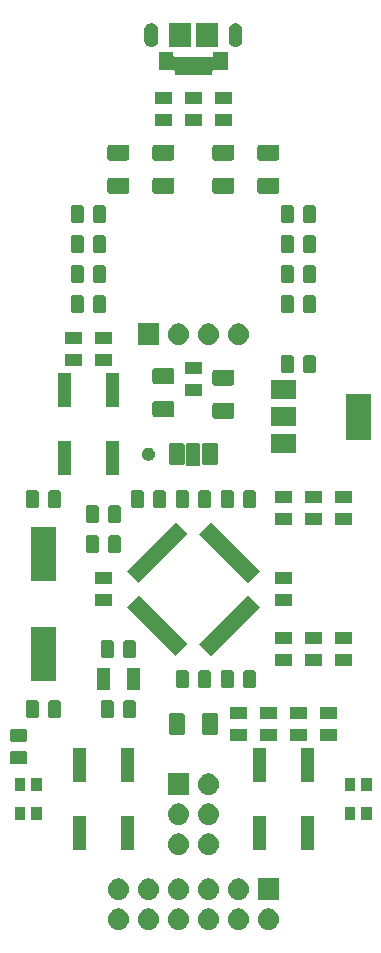
<source format=gbr>
G04 #@! TF.GenerationSoftware,KiCad,Pcbnew,5.0.2-bee76a0~70~ubuntu18.04.1*
G04 #@! TF.CreationDate,2019-11-16T15:20:31+01:00*
G04 #@! TF.ProjectId,Eierland,45696572-6c61-46e6-942e-6b696361645f,rev?*
G04 #@! TF.SameCoordinates,Original*
G04 #@! TF.FileFunction,Soldermask,Top*
G04 #@! TF.FilePolarity,Negative*
%FSLAX46Y46*%
G04 Gerber Fmt 4.6, Leading zero omitted, Abs format (unit mm)*
G04 Created by KiCad (PCBNEW 5.0.2-bee76a0~70~ubuntu18.04.1) date za 16 nov 2019 15:20:31 CET*
%MOMM*%
%LPD*%
G01*
G04 APERTURE LIST*
%ADD10C,0.150000*%
%ADD11C,0.100000*%
G04 APERTURE END LIST*
D10*
G36*
X131572000Y-103251000D02*
X131572000Y-105029000D01*
X132588000Y-105029000D01*
X132588000Y-103251000D01*
X131572000Y-103251000D01*
G37*
X131572000Y-103251000D02*
X131572000Y-105029000D01*
X132588000Y-105029000D01*
X132588000Y-103251000D01*
X131572000Y-103251000D01*
D11*
G36*
X130920442Y-142615518D02*
X130986627Y-142622037D01*
X131099853Y-142656384D01*
X131156467Y-142673557D01*
X131295087Y-142747652D01*
X131312991Y-142757222D01*
X131348729Y-142786552D01*
X131450186Y-142869814D01*
X131533448Y-142971271D01*
X131562778Y-143007009D01*
X131562779Y-143007011D01*
X131646443Y-143163533D01*
X131646443Y-143163534D01*
X131697963Y-143333373D01*
X131715359Y-143510000D01*
X131697963Y-143686627D01*
X131663616Y-143799853D01*
X131646443Y-143856467D01*
X131572348Y-143995087D01*
X131562778Y-144012991D01*
X131533448Y-144048729D01*
X131450186Y-144150186D01*
X131348729Y-144233448D01*
X131312991Y-144262778D01*
X131312989Y-144262779D01*
X131156467Y-144346443D01*
X131099853Y-144363616D01*
X130986627Y-144397963D01*
X130920443Y-144404481D01*
X130854260Y-144411000D01*
X130765740Y-144411000D01*
X130699557Y-144404481D01*
X130633373Y-144397963D01*
X130520147Y-144363616D01*
X130463533Y-144346443D01*
X130307011Y-144262779D01*
X130307009Y-144262778D01*
X130271271Y-144233448D01*
X130169814Y-144150186D01*
X130086552Y-144048729D01*
X130057222Y-144012991D01*
X130047652Y-143995087D01*
X129973557Y-143856467D01*
X129956384Y-143799853D01*
X129922037Y-143686627D01*
X129904641Y-143510000D01*
X129922037Y-143333373D01*
X129973557Y-143163534D01*
X129973557Y-143163533D01*
X130057221Y-143007011D01*
X130057222Y-143007009D01*
X130086552Y-142971271D01*
X130169814Y-142869814D01*
X130271271Y-142786552D01*
X130307009Y-142757222D01*
X130324913Y-142747652D01*
X130463533Y-142673557D01*
X130520147Y-142656384D01*
X130633373Y-142622037D01*
X130699558Y-142615518D01*
X130765740Y-142609000D01*
X130854260Y-142609000D01*
X130920442Y-142615518D01*
X130920442Y-142615518D01*
G37*
G36*
X125840442Y-142615518D02*
X125906627Y-142622037D01*
X126019853Y-142656384D01*
X126076467Y-142673557D01*
X126215087Y-142747652D01*
X126232991Y-142757222D01*
X126268729Y-142786552D01*
X126370186Y-142869814D01*
X126453448Y-142971271D01*
X126482778Y-143007009D01*
X126482779Y-143007011D01*
X126566443Y-143163533D01*
X126566443Y-143163534D01*
X126617963Y-143333373D01*
X126635359Y-143510000D01*
X126617963Y-143686627D01*
X126583616Y-143799853D01*
X126566443Y-143856467D01*
X126492348Y-143995087D01*
X126482778Y-144012991D01*
X126453448Y-144048729D01*
X126370186Y-144150186D01*
X126268729Y-144233448D01*
X126232991Y-144262778D01*
X126232989Y-144262779D01*
X126076467Y-144346443D01*
X126019853Y-144363616D01*
X125906627Y-144397963D01*
X125840443Y-144404481D01*
X125774260Y-144411000D01*
X125685740Y-144411000D01*
X125619557Y-144404481D01*
X125553373Y-144397963D01*
X125440147Y-144363616D01*
X125383533Y-144346443D01*
X125227011Y-144262779D01*
X125227009Y-144262778D01*
X125191271Y-144233448D01*
X125089814Y-144150186D01*
X125006552Y-144048729D01*
X124977222Y-144012991D01*
X124967652Y-143995087D01*
X124893557Y-143856467D01*
X124876384Y-143799853D01*
X124842037Y-143686627D01*
X124824641Y-143510000D01*
X124842037Y-143333373D01*
X124893557Y-143163534D01*
X124893557Y-143163533D01*
X124977221Y-143007011D01*
X124977222Y-143007009D01*
X125006552Y-142971271D01*
X125089814Y-142869814D01*
X125191271Y-142786552D01*
X125227009Y-142757222D01*
X125244913Y-142747652D01*
X125383533Y-142673557D01*
X125440147Y-142656384D01*
X125553373Y-142622037D01*
X125619558Y-142615518D01*
X125685740Y-142609000D01*
X125774260Y-142609000D01*
X125840442Y-142615518D01*
X125840442Y-142615518D01*
G37*
G36*
X128380442Y-142615518D02*
X128446627Y-142622037D01*
X128559853Y-142656384D01*
X128616467Y-142673557D01*
X128755087Y-142747652D01*
X128772991Y-142757222D01*
X128808729Y-142786552D01*
X128910186Y-142869814D01*
X128993448Y-142971271D01*
X129022778Y-143007009D01*
X129022779Y-143007011D01*
X129106443Y-143163533D01*
X129106443Y-143163534D01*
X129157963Y-143333373D01*
X129175359Y-143510000D01*
X129157963Y-143686627D01*
X129123616Y-143799853D01*
X129106443Y-143856467D01*
X129032348Y-143995087D01*
X129022778Y-144012991D01*
X128993448Y-144048729D01*
X128910186Y-144150186D01*
X128808729Y-144233448D01*
X128772991Y-144262778D01*
X128772989Y-144262779D01*
X128616467Y-144346443D01*
X128559853Y-144363616D01*
X128446627Y-144397963D01*
X128380443Y-144404481D01*
X128314260Y-144411000D01*
X128225740Y-144411000D01*
X128159557Y-144404481D01*
X128093373Y-144397963D01*
X127980147Y-144363616D01*
X127923533Y-144346443D01*
X127767011Y-144262779D01*
X127767009Y-144262778D01*
X127731271Y-144233448D01*
X127629814Y-144150186D01*
X127546552Y-144048729D01*
X127517222Y-144012991D01*
X127507652Y-143995087D01*
X127433557Y-143856467D01*
X127416384Y-143799853D01*
X127382037Y-143686627D01*
X127364641Y-143510000D01*
X127382037Y-143333373D01*
X127433557Y-143163534D01*
X127433557Y-143163533D01*
X127517221Y-143007011D01*
X127517222Y-143007009D01*
X127546552Y-142971271D01*
X127629814Y-142869814D01*
X127731271Y-142786552D01*
X127767009Y-142757222D01*
X127784913Y-142747652D01*
X127923533Y-142673557D01*
X127980147Y-142656384D01*
X128093373Y-142622037D01*
X128159558Y-142615518D01*
X128225740Y-142609000D01*
X128314260Y-142609000D01*
X128380442Y-142615518D01*
X128380442Y-142615518D01*
G37*
G36*
X138540442Y-142615518D02*
X138606627Y-142622037D01*
X138719853Y-142656384D01*
X138776467Y-142673557D01*
X138915087Y-142747652D01*
X138932991Y-142757222D01*
X138968729Y-142786552D01*
X139070186Y-142869814D01*
X139153448Y-142971271D01*
X139182778Y-143007009D01*
X139182779Y-143007011D01*
X139266443Y-143163533D01*
X139266443Y-143163534D01*
X139317963Y-143333373D01*
X139335359Y-143510000D01*
X139317963Y-143686627D01*
X139283616Y-143799853D01*
X139266443Y-143856467D01*
X139192348Y-143995087D01*
X139182778Y-144012991D01*
X139153448Y-144048729D01*
X139070186Y-144150186D01*
X138968729Y-144233448D01*
X138932991Y-144262778D01*
X138932989Y-144262779D01*
X138776467Y-144346443D01*
X138719853Y-144363616D01*
X138606627Y-144397963D01*
X138540443Y-144404481D01*
X138474260Y-144411000D01*
X138385740Y-144411000D01*
X138319557Y-144404481D01*
X138253373Y-144397963D01*
X138140147Y-144363616D01*
X138083533Y-144346443D01*
X137927011Y-144262779D01*
X137927009Y-144262778D01*
X137891271Y-144233448D01*
X137789814Y-144150186D01*
X137706552Y-144048729D01*
X137677222Y-144012991D01*
X137667652Y-143995087D01*
X137593557Y-143856467D01*
X137576384Y-143799853D01*
X137542037Y-143686627D01*
X137524641Y-143510000D01*
X137542037Y-143333373D01*
X137593557Y-143163534D01*
X137593557Y-143163533D01*
X137677221Y-143007011D01*
X137677222Y-143007009D01*
X137706552Y-142971271D01*
X137789814Y-142869814D01*
X137891271Y-142786552D01*
X137927009Y-142757222D01*
X137944913Y-142747652D01*
X138083533Y-142673557D01*
X138140147Y-142656384D01*
X138253373Y-142622037D01*
X138319558Y-142615518D01*
X138385740Y-142609000D01*
X138474260Y-142609000D01*
X138540442Y-142615518D01*
X138540442Y-142615518D01*
G37*
G36*
X133460442Y-142615518D02*
X133526627Y-142622037D01*
X133639853Y-142656384D01*
X133696467Y-142673557D01*
X133835087Y-142747652D01*
X133852991Y-142757222D01*
X133888729Y-142786552D01*
X133990186Y-142869814D01*
X134073448Y-142971271D01*
X134102778Y-143007009D01*
X134102779Y-143007011D01*
X134186443Y-143163533D01*
X134186443Y-143163534D01*
X134237963Y-143333373D01*
X134255359Y-143510000D01*
X134237963Y-143686627D01*
X134203616Y-143799853D01*
X134186443Y-143856467D01*
X134112348Y-143995087D01*
X134102778Y-144012991D01*
X134073448Y-144048729D01*
X133990186Y-144150186D01*
X133888729Y-144233448D01*
X133852991Y-144262778D01*
X133852989Y-144262779D01*
X133696467Y-144346443D01*
X133639853Y-144363616D01*
X133526627Y-144397963D01*
X133460443Y-144404481D01*
X133394260Y-144411000D01*
X133305740Y-144411000D01*
X133239557Y-144404481D01*
X133173373Y-144397963D01*
X133060147Y-144363616D01*
X133003533Y-144346443D01*
X132847011Y-144262779D01*
X132847009Y-144262778D01*
X132811271Y-144233448D01*
X132709814Y-144150186D01*
X132626552Y-144048729D01*
X132597222Y-144012991D01*
X132587652Y-143995087D01*
X132513557Y-143856467D01*
X132496384Y-143799853D01*
X132462037Y-143686627D01*
X132444641Y-143510000D01*
X132462037Y-143333373D01*
X132513557Y-143163534D01*
X132513557Y-143163533D01*
X132597221Y-143007011D01*
X132597222Y-143007009D01*
X132626552Y-142971271D01*
X132709814Y-142869814D01*
X132811271Y-142786552D01*
X132847009Y-142757222D01*
X132864913Y-142747652D01*
X133003533Y-142673557D01*
X133060147Y-142656384D01*
X133173373Y-142622037D01*
X133239558Y-142615518D01*
X133305740Y-142609000D01*
X133394260Y-142609000D01*
X133460442Y-142615518D01*
X133460442Y-142615518D01*
G37*
G36*
X136000442Y-142615518D02*
X136066627Y-142622037D01*
X136179853Y-142656384D01*
X136236467Y-142673557D01*
X136375087Y-142747652D01*
X136392991Y-142757222D01*
X136428729Y-142786552D01*
X136530186Y-142869814D01*
X136613448Y-142971271D01*
X136642778Y-143007009D01*
X136642779Y-143007011D01*
X136726443Y-143163533D01*
X136726443Y-143163534D01*
X136777963Y-143333373D01*
X136795359Y-143510000D01*
X136777963Y-143686627D01*
X136743616Y-143799853D01*
X136726443Y-143856467D01*
X136652348Y-143995087D01*
X136642778Y-144012991D01*
X136613448Y-144048729D01*
X136530186Y-144150186D01*
X136428729Y-144233448D01*
X136392991Y-144262778D01*
X136392989Y-144262779D01*
X136236467Y-144346443D01*
X136179853Y-144363616D01*
X136066627Y-144397963D01*
X136000443Y-144404481D01*
X135934260Y-144411000D01*
X135845740Y-144411000D01*
X135779557Y-144404481D01*
X135713373Y-144397963D01*
X135600147Y-144363616D01*
X135543533Y-144346443D01*
X135387011Y-144262779D01*
X135387009Y-144262778D01*
X135351271Y-144233448D01*
X135249814Y-144150186D01*
X135166552Y-144048729D01*
X135137222Y-144012991D01*
X135127652Y-143995087D01*
X135053557Y-143856467D01*
X135036384Y-143799853D01*
X135002037Y-143686627D01*
X134984641Y-143510000D01*
X135002037Y-143333373D01*
X135053557Y-143163534D01*
X135053557Y-143163533D01*
X135137221Y-143007011D01*
X135137222Y-143007009D01*
X135166552Y-142971271D01*
X135249814Y-142869814D01*
X135351271Y-142786552D01*
X135387009Y-142757222D01*
X135404913Y-142747652D01*
X135543533Y-142673557D01*
X135600147Y-142656384D01*
X135713373Y-142622037D01*
X135779558Y-142615518D01*
X135845740Y-142609000D01*
X135934260Y-142609000D01*
X136000442Y-142615518D01*
X136000442Y-142615518D01*
G37*
G36*
X130920443Y-140075519D02*
X130986627Y-140082037D01*
X131099853Y-140116384D01*
X131156467Y-140133557D01*
X131295087Y-140207652D01*
X131312991Y-140217222D01*
X131348729Y-140246552D01*
X131450186Y-140329814D01*
X131533448Y-140431271D01*
X131562778Y-140467009D01*
X131562779Y-140467011D01*
X131646443Y-140623533D01*
X131646443Y-140623534D01*
X131697963Y-140793373D01*
X131715359Y-140970000D01*
X131697963Y-141146627D01*
X131663616Y-141259853D01*
X131646443Y-141316467D01*
X131572348Y-141455087D01*
X131562778Y-141472991D01*
X131533448Y-141508729D01*
X131450186Y-141610186D01*
X131348729Y-141693448D01*
X131312991Y-141722778D01*
X131312989Y-141722779D01*
X131156467Y-141806443D01*
X131099853Y-141823616D01*
X130986627Y-141857963D01*
X130920443Y-141864481D01*
X130854260Y-141871000D01*
X130765740Y-141871000D01*
X130699557Y-141864481D01*
X130633373Y-141857963D01*
X130520147Y-141823616D01*
X130463533Y-141806443D01*
X130307011Y-141722779D01*
X130307009Y-141722778D01*
X130271271Y-141693448D01*
X130169814Y-141610186D01*
X130086552Y-141508729D01*
X130057222Y-141472991D01*
X130047652Y-141455087D01*
X129973557Y-141316467D01*
X129956384Y-141259853D01*
X129922037Y-141146627D01*
X129904641Y-140970000D01*
X129922037Y-140793373D01*
X129973557Y-140623534D01*
X129973557Y-140623533D01*
X130057221Y-140467011D01*
X130057222Y-140467009D01*
X130086552Y-140431271D01*
X130169814Y-140329814D01*
X130271271Y-140246552D01*
X130307009Y-140217222D01*
X130324913Y-140207652D01*
X130463533Y-140133557D01*
X130520147Y-140116384D01*
X130633373Y-140082037D01*
X130699557Y-140075519D01*
X130765740Y-140069000D01*
X130854260Y-140069000D01*
X130920443Y-140075519D01*
X130920443Y-140075519D01*
G37*
G36*
X133460443Y-140075519D02*
X133526627Y-140082037D01*
X133639853Y-140116384D01*
X133696467Y-140133557D01*
X133835087Y-140207652D01*
X133852991Y-140217222D01*
X133888729Y-140246552D01*
X133990186Y-140329814D01*
X134073448Y-140431271D01*
X134102778Y-140467009D01*
X134102779Y-140467011D01*
X134186443Y-140623533D01*
X134186443Y-140623534D01*
X134237963Y-140793373D01*
X134255359Y-140970000D01*
X134237963Y-141146627D01*
X134203616Y-141259853D01*
X134186443Y-141316467D01*
X134112348Y-141455087D01*
X134102778Y-141472991D01*
X134073448Y-141508729D01*
X133990186Y-141610186D01*
X133888729Y-141693448D01*
X133852991Y-141722778D01*
X133852989Y-141722779D01*
X133696467Y-141806443D01*
X133639853Y-141823616D01*
X133526627Y-141857963D01*
X133460443Y-141864481D01*
X133394260Y-141871000D01*
X133305740Y-141871000D01*
X133239557Y-141864481D01*
X133173373Y-141857963D01*
X133060147Y-141823616D01*
X133003533Y-141806443D01*
X132847011Y-141722779D01*
X132847009Y-141722778D01*
X132811271Y-141693448D01*
X132709814Y-141610186D01*
X132626552Y-141508729D01*
X132597222Y-141472991D01*
X132587652Y-141455087D01*
X132513557Y-141316467D01*
X132496384Y-141259853D01*
X132462037Y-141146627D01*
X132444641Y-140970000D01*
X132462037Y-140793373D01*
X132513557Y-140623534D01*
X132513557Y-140623533D01*
X132597221Y-140467011D01*
X132597222Y-140467009D01*
X132626552Y-140431271D01*
X132709814Y-140329814D01*
X132811271Y-140246552D01*
X132847009Y-140217222D01*
X132864913Y-140207652D01*
X133003533Y-140133557D01*
X133060147Y-140116384D01*
X133173373Y-140082037D01*
X133239557Y-140075519D01*
X133305740Y-140069000D01*
X133394260Y-140069000D01*
X133460443Y-140075519D01*
X133460443Y-140075519D01*
G37*
G36*
X136000443Y-140075519D02*
X136066627Y-140082037D01*
X136179853Y-140116384D01*
X136236467Y-140133557D01*
X136375087Y-140207652D01*
X136392991Y-140217222D01*
X136428729Y-140246552D01*
X136530186Y-140329814D01*
X136613448Y-140431271D01*
X136642778Y-140467009D01*
X136642779Y-140467011D01*
X136726443Y-140623533D01*
X136726443Y-140623534D01*
X136777963Y-140793373D01*
X136795359Y-140970000D01*
X136777963Y-141146627D01*
X136743616Y-141259853D01*
X136726443Y-141316467D01*
X136652348Y-141455087D01*
X136642778Y-141472991D01*
X136613448Y-141508729D01*
X136530186Y-141610186D01*
X136428729Y-141693448D01*
X136392991Y-141722778D01*
X136392989Y-141722779D01*
X136236467Y-141806443D01*
X136179853Y-141823616D01*
X136066627Y-141857963D01*
X136000443Y-141864481D01*
X135934260Y-141871000D01*
X135845740Y-141871000D01*
X135779557Y-141864481D01*
X135713373Y-141857963D01*
X135600147Y-141823616D01*
X135543533Y-141806443D01*
X135387011Y-141722779D01*
X135387009Y-141722778D01*
X135351271Y-141693448D01*
X135249814Y-141610186D01*
X135166552Y-141508729D01*
X135137222Y-141472991D01*
X135127652Y-141455087D01*
X135053557Y-141316467D01*
X135036384Y-141259853D01*
X135002037Y-141146627D01*
X134984641Y-140970000D01*
X135002037Y-140793373D01*
X135053557Y-140623534D01*
X135053557Y-140623533D01*
X135137221Y-140467011D01*
X135137222Y-140467009D01*
X135166552Y-140431271D01*
X135249814Y-140329814D01*
X135351271Y-140246552D01*
X135387009Y-140217222D01*
X135404913Y-140207652D01*
X135543533Y-140133557D01*
X135600147Y-140116384D01*
X135713373Y-140082037D01*
X135779557Y-140075519D01*
X135845740Y-140069000D01*
X135934260Y-140069000D01*
X136000443Y-140075519D01*
X136000443Y-140075519D01*
G37*
G36*
X139331000Y-141871000D02*
X137529000Y-141871000D01*
X137529000Y-140069000D01*
X139331000Y-140069000D01*
X139331000Y-141871000D01*
X139331000Y-141871000D01*
G37*
G36*
X125840443Y-140075519D02*
X125906627Y-140082037D01*
X126019853Y-140116384D01*
X126076467Y-140133557D01*
X126215087Y-140207652D01*
X126232991Y-140217222D01*
X126268729Y-140246552D01*
X126370186Y-140329814D01*
X126453448Y-140431271D01*
X126482778Y-140467009D01*
X126482779Y-140467011D01*
X126566443Y-140623533D01*
X126566443Y-140623534D01*
X126617963Y-140793373D01*
X126635359Y-140970000D01*
X126617963Y-141146627D01*
X126583616Y-141259853D01*
X126566443Y-141316467D01*
X126492348Y-141455087D01*
X126482778Y-141472991D01*
X126453448Y-141508729D01*
X126370186Y-141610186D01*
X126268729Y-141693448D01*
X126232991Y-141722778D01*
X126232989Y-141722779D01*
X126076467Y-141806443D01*
X126019853Y-141823616D01*
X125906627Y-141857963D01*
X125840443Y-141864481D01*
X125774260Y-141871000D01*
X125685740Y-141871000D01*
X125619557Y-141864481D01*
X125553373Y-141857963D01*
X125440147Y-141823616D01*
X125383533Y-141806443D01*
X125227011Y-141722779D01*
X125227009Y-141722778D01*
X125191271Y-141693448D01*
X125089814Y-141610186D01*
X125006552Y-141508729D01*
X124977222Y-141472991D01*
X124967652Y-141455087D01*
X124893557Y-141316467D01*
X124876384Y-141259853D01*
X124842037Y-141146627D01*
X124824641Y-140970000D01*
X124842037Y-140793373D01*
X124893557Y-140623534D01*
X124893557Y-140623533D01*
X124977221Y-140467011D01*
X124977222Y-140467009D01*
X125006552Y-140431271D01*
X125089814Y-140329814D01*
X125191271Y-140246552D01*
X125227009Y-140217222D01*
X125244913Y-140207652D01*
X125383533Y-140133557D01*
X125440147Y-140116384D01*
X125553373Y-140082037D01*
X125619557Y-140075519D01*
X125685740Y-140069000D01*
X125774260Y-140069000D01*
X125840443Y-140075519D01*
X125840443Y-140075519D01*
G37*
G36*
X128380443Y-140075519D02*
X128446627Y-140082037D01*
X128559853Y-140116384D01*
X128616467Y-140133557D01*
X128755087Y-140207652D01*
X128772991Y-140217222D01*
X128808729Y-140246552D01*
X128910186Y-140329814D01*
X128993448Y-140431271D01*
X129022778Y-140467009D01*
X129022779Y-140467011D01*
X129106443Y-140623533D01*
X129106443Y-140623534D01*
X129157963Y-140793373D01*
X129175359Y-140970000D01*
X129157963Y-141146627D01*
X129123616Y-141259853D01*
X129106443Y-141316467D01*
X129032348Y-141455087D01*
X129022778Y-141472991D01*
X128993448Y-141508729D01*
X128910186Y-141610186D01*
X128808729Y-141693448D01*
X128772991Y-141722778D01*
X128772989Y-141722779D01*
X128616467Y-141806443D01*
X128559853Y-141823616D01*
X128446627Y-141857963D01*
X128380443Y-141864481D01*
X128314260Y-141871000D01*
X128225740Y-141871000D01*
X128159557Y-141864481D01*
X128093373Y-141857963D01*
X127980147Y-141823616D01*
X127923533Y-141806443D01*
X127767011Y-141722779D01*
X127767009Y-141722778D01*
X127731271Y-141693448D01*
X127629814Y-141610186D01*
X127546552Y-141508729D01*
X127517222Y-141472991D01*
X127507652Y-141455087D01*
X127433557Y-141316467D01*
X127416384Y-141259853D01*
X127382037Y-141146627D01*
X127364641Y-140970000D01*
X127382037Y-140793373D01*
X127433557Y-140623534D01*
X127433557Y-140623533D01*
X127517221Y-140467011D01*
X127517222Y-140467009D01*
X127546552Y-140431271D01*
X127629814Y-140329814D01*
X127731271Y-140246552D01*
X127767009Y-140217222D01*
X127784913Y-140207652D01*
X127923533Y-140133557D01*
X127980147Y-140116384D01*
X128093373Y-140082037D01*
X128159557Y-140075519D01*
X128225740Y-140069000D01*
X128314260Y-140069000D01*
X128380443Y-140075519D01*
X128380443Y-140075519D01*
G37*
G36*
X133460443Y-136265519D02*
X133526627Y-136272037D01*
X133639853Y-136306384D01*
X133696467Y-136323557D01*
X133835087Y-136397652D01*
X133852991Y-136407222D01*
X133888729Y-136436552D01*
X133990186Y-136519814D01*
X134073448Y-136621271D01*
X134102778Y-136657009D01*
X134102779Y-136657011D01*
X134186443Y-136813533D01*
X134186443Y-136813534D01*
X134237963Y-136983373D01*
X134255359Y-137160000D01*
X134237963Y-137336627D01*
X134203616Y-137449853D01*
X134186443Y-137506467D01*
X134112348Y-137645087D01*
X134102778Y-137662991D01*
X134073448Y-137698729D01*
X133990186Y-137800186D01*
X133888729Y-137883448D01*
X133852991Y-137912778D01*
X133852989Y-137912779D01*
X133696467Y-137996443D01*
X133639853Y-138013616D01*
X133526627Y-138047963D01*
X133460442Y-138054482D01*
X133394260Y-138061000D01*
X133305740Y-138061000D01*
X133239558Y-138054482D01*
X133173373Y-138047963D01*
X133060147Y-138013616D01*
X133003533Y-137996443D01*
X132847011Y-137912779D01*
X132847009Y-137912778D01*
X132811271Y-137883448D01*
X132709814Y-137800186D01*
X132626552Y-137698729D01*
X132597222Y-137662991D01*
X132587652Y-137645087D01*
X132513557Y-137506467D01*
X132496384Y-137449853D01*
X132462037Y-137336627D01*
X132444641Y-137160000D01*
X132462037Y-136983373D01*
X132513557Y-136813534D01*
X132513557Y-136813533D01*
X132597221Y-136657011D01*
X132597222Y-136657009D01*
X132626552Y-136621271D01*
X132709814Y-136519814D01*
X132811271Y-136436552D01*
X132847009Y-136407222D01*
X132864913Y-136397652D01*
X133003533Y-136323557D01*
X133060147Y-136306384D01*
X133173373Y-136272037D01*
X133239557Y-136265519D01*
X133305740Y-136259000D01*
X133394260Y-136259000D01*
X133460443Y-136265519D01*
X133460443Y-136265519D01*
G37*
G36*
X130920443Y-136265519D02*
X130986627Y-136272037D01*
X131099853Y-136306384D01*
X131156467Y-136323557D01*
X131295087Y-136397652D01*
X131312991Y-136407222D01*
X131348729Y-136436552D01*
X131450186Y-136519814D01*
X131533448Y-136621271D01*
X131562778Y-136657009D01*
X131562779Y-136657011D01*
X131646443Y-136813533D01*
X131646443Y-136813534D01*
X131697963Y-136983373D01*
X131715359Y-137160000D01*
X131697963Y-137336627D01*
X131663616Y-137449853D01*
X131646443Y-137506467D01*
X131572348Y-137645087D01*
X131562778Y-137662991D01*
X131533448Y-137698729D01*
X131450186Y-137800186D01*
X131348729Y-137883448D01*
X131312991Y-137912778D01*
X131312989Y-137912779D01*
X131156467Y-137996443D01*
X131099853Y-138013616D01*
X130986627Y-138047963D01*
X130920442Y-138054482D01*
X130854260Y-138061000D01*
X130765740Y-138061000D01*
X130699558Y-138054482D01*
X130633373Y-138047963D01*
X130520147Y-138013616D01*
X130463533Y-137996443D01*
X130307011Y-137912779D01*
X130307009Y-137912778D01*
X130271271Y-137883448D01*
X130169814Y-137800186D01*
X130086552Y-137698729D01*
X130057222Y-137662991D01*
X130047652Y-137645087D01*
X129973557Y-137506467D01*
X129956384Y-137449853D01*
X129922037Y-137336627D01*
X129904641Y-137160000D01*
X129922037Y-136983373D01*
X129973557Y-136813534D01*
X129973557Y-136813533D01*
X130057221Y-136657011D01*
X130057222Y-136657009D01*
X130086552Y-136621271D01*
X130169814Y-136519814D01*
X130271271Y-136436552D01*
X130307009Y-136407222D01*
X130324913Y-136397652D01*
X130463533Y-136323557D01*
X130520147Y-136306384D01*
X130633373Y-136272037D01*
X130699557Y-136265519D01*
X130765740Y-136259000D01*
X130854260Y-136259000D01*
X130920443Y-136265519D01*
X130920443Y-136265519D01*
G37*
G36*
X123011000Y-137656000D02*
X121909000Y-137656000D01*
X121909000Y-134804000D01*
X123011000Y-134804000D01*
X123011000Y-137656000D01*
X123011000Y-137656000D01*
G37*
G36*
X127011000Y-137656000D02*
X125909000Y-137656000D01*
X125909000Y-134804000D01*
X127011000Y-134804000D01*
X127011000Y-137656000D01*
X127011000Y-137656000D01*
G37*
G36*
X138251000Y-137656000D02*
X137149000Y-137656000D01*
X137149000Y-134804000D01*
X138251000Y-134804000D01*
X138251000Y-137656000D01*
X138251000Y-137656000D01*
G37*
G36*
X142251000Y-137656000D02*
X141149000Y-137656000D01*
X141149000Y-134804000D01*
X142251000Y-134804000D01*
X142251000Y-137656000D01*
X142251000Y-137656000D01*
G37*
G36*
X133460443Y-133725519D02*
X133526627Y-133732037D01*
X133639853Y-133766384D01*
X133696467Y-133783557D01*
X133835087Y-133857652D01*
X133852991Y-133867222D01*
X133888729Y-133896552D01*
X133990186Y-133979814D01*
X134073448Y-134081271D01*
X134102778Y-134117009D01*
X134102779Y-134117011D01*
X134186443Y-134273533D01*
X134186443Y-134273534D01*
X134237963Y-134443373D01*
X134255359Y-134620000D01*
X134237963Y-134796627D01*
X134235726Y-134804000D01*
X134186443Y-134966467D01*
X134112348Y-135105087D01*
X134102778Y-135122991D01*
X134079791Y-135151000D01*
X133990186Y-135260186D01*
X133888729Y-135343448D01*
X133852991Y-135372778D01*
X133852989Y-135372779D01*
X133696467Y-135456443D01*
X133639853Y-135473616D01*
X133526627Y-135507963D01*
X133460443Y-135514481D01*
X133394260Y-135521000D01*
X133305740Y-135521000D01*
X133239557Y-135514481D01*
X133173373Y-135507963D01*
X133060147Y-135473616D01*
X133003533Y-135456443D01*
X132847011Y-135372779D01*
X132847009Y-135372778D01*
X132811271Y-135343448D01*
X132709814Y-135260186D01*
X132620209Y-135151000D01*
X132597222Y-135122991D01*
X132587652Y-135105087D01*
X132513557Y-134966467D01*
X132464274Y-134804000D01*
X132462037Y-134796627D01*
X132444641Y-134620000D01*
X132462037Y-134443373D01*
X132513557Y-134273534D01*
X132513557Y-134273533D01*
X132597221Y-134117011D01*
X132597222Y-134117009D01*
X132626552Y-134081271D01*
X132709814Y-133979814D01*
X132811271Y-133896552D01*
X132847009Y-133867222D01*
X132864913Y-133857652D01*
X133003533Y-133783557D01*
X133060147Y-133766384D01*
X133173373Y-133732037D01*
X133239557Y-133725519D01*
X133305740Y-133719000D01*
X133394260Y-133719000D01*
X133460443Y-133725519D01*
X133460443Y-133725519D01*
G37*
G36*
X130920443Y-133725519D02*
X130986627Y-133732037D01*
X131099853Y-133766384D01*
X131156467Y-133783557D01*
X131295087Y-133857652D01*
X131312991Y-133867222D01*
X131348729Y-133896552D01*
X131450186Y-133979814D01*
X131533448Y-134081271D01*
X131562778Y-134117009D01*
X131562779Y-134117011D01*
X131646443Y-134273533D01*
X131646443Y-134273534D01*
X131697963Y-134443373D01*
X131715359Y-134620000D01*
X131697963Y-134796627D01*
X131695726Y-134804000D01*
X131646443Y-134966467D01*
X131572348Y-135105087D01*
X131562778Y-135122991D01*
X131539791Y-135151000D01*
X131450186Y-135260186D01*
X131348729Y-135343448D01*
X131312991Y-135372778D01*
X131312989Y-135372779D01*
X131156467Y-135456443D01*
X131099853Y-135473616D01*
X130986627Y-135507963D01*
X130920443Y-135514481D01*
X130854260Y-135521000D01*
X130765740Y-135521000D01*
X130699557Y-135514481D01*
X130633373Y-135507963D01*
X130520147Y-135473616D01*
X130463533Y-135456443D01*
X130307011Y-135372779D01*
X130307009Y-135372778D01*
X130271271Y-135343448D01*
X130169814Y-135260186D01*
X130080209Y-135151000D01*
X130057222Y-135122991D01*
X130047652Y-135105087D01*
X129973557Y-134966467D01*
X129924274Y-134804000D01*
X129922037Y-134796627D01*
X129904641Y-134620000D01*
X129922037Y-134443373D01*
X129973557Y-134273534D01*
X129973557Y-134273533D01*
X130057221Y-134117011D01*
X130057222Y-134117009D01*
X130086552Y-134081271D01*
X130169814Y-133979814D01*
X130271271Y-133896552D01*
X130307009Y-133867222D01*
X130324913Y-133857652D01*
X130463533Y-133783557D01*
X130520147Y-133766384D01*
X130633373Y-133732037D01*
X130699557Y-133725519D01*
X130765740Y-133719000D01*
X130854260Y-133719000D01*
X130920443Y-133725519D01*
X130920443Y-133725519D01*
G37*
G36*
X147201000Y-135151000D02*
X146299000Y-135151000D01*
X146299000Y-134049000D01*
X147201000Y-134049000D01*
X147201000Y-135151000D01*
X147201000Y-135151000D01*
G37*
G36*
X119261000Y-135151000D02*
X118359000Y-135151000D01*
X118359000Y-134049000D01*
X119261000Y-134049000D01*
X119261000Y-135151000D01*
X119261000Y-135151000D01*
G37*
G36*
X145801000Y-135151000D02*
X144899000Y-135151000D01*
X144899000Y-134049000D01*
X145801000Y-134049000D01*
X145801000Y-135151000D01*
X145801000Y-135151000D01*
G37*
G36*
X117861000Y-135151000D02*
X116959000Y-135151000D01*
X116959000Y-134049000D01*
X117861000Y-134049000D01*
X117861000Y-135151000D01*
X117861000Y-135151000D01*
G37*
G36*
X133460442Y-131185518D02*
X133526627Y-131192037D01*
X133639853Y-131226384D01*
X133696467Y-131243557D01*
X133835087Y-131317652D01*
X133852991Y-131327222D01*
X133888729Y-131356552D01*
X133990186Y-131439814D01*
X134073448Y-131541271D01*
X134102778Y-131577009D01*
X134102779Y-131577011D01*
X134186443Y-131733533D01*
X134186443Y-131733534D01*
X134237963Y-131903373D01*
X134255359Y-132080000D01*
X134237963Y-132256627D01*
X134203616Y-132369853D01*
X134186443Y-132426467D01*
X134112348Y-132565087D01*
X134102778Y-132582991D01*
X134073448Y-132618729D01*
X133990186Y-132720186D01*
X133888729Y-132803448D01*
X133852991Y-132832778D01*
X133852989Y-132832779D01*
X133696467Y-132916443D01*
X133639853Y-132933616D01*
X133526627Y-132967963D01*
X133460443Y-132974481D01*
X133394260Y-132981000D01*
X133305740Y-132981000D01*
X133239557Y-132974481D01*
X133173373Y-132967963D01*
X133060147Y-132933616D01*
X133003533Y-132916443D01*
X132847011Y-132832779D01*
X132847009Y-132832778D01*
X132811271Y-132803448D01*
X132709814Y-132720186D01*
X132626552Y-132618729D01*
X132597222Y-132582991D01*
X132587652Y-132565087D01*
X132513557Y-132426467D01*
X132496384Y-132369853D01*
X132462037Y-132256627D01*
X132444641Y-132080000D01*
X132462037Y-131903373D01*
X132513557Y-131733534D01*
X132513557Y-131733533D01*
X132597221Y-131577011D01*
X132597222Y-131577009D01*
X132626552Y-131541271D01*
X132709814Y-131439814D01*
X132811271Y-131356552D01*
X132847009Y-131327222D01*
X132864913Y-131317652D01*
X133003533Y-131243557D01*
X133060147Y-131226384D01*
X133173373Y-131192037D01*
X133239558Y-131185518D01*
X133305740Y-131179000D01*
X133394260Y-131179000D01*
X133460442Y-131185518D01*
X133460442Y-131185518D01*
G37*
G36*
X131711000Y-132981000D02*
X129909000Y-132981000D01*
X129909000Y-131179000D01*
X131711000Y-131179000D01*
X131711000Y-132981000D01*
X131711000Y-132981000D01*
G37*
G36*
X119261000Y-132651000D02*
X118359000Y-132651000D01*
X118359000Y-131549000D01*
X119261000Y-131549000D01*
X119261000Y-132651000D01*
X119261000Y-132651000D01*
G37*
G36*
X117861000Y-132651000D02*
X116959000Y-132651000D01*
X116959000Y-131549000D01*
X117861000Y-131549000D01*
X117861000Y-132651000D01*
X117861000Y-132651000D01*
G37*
G36*
X145801000Y-132651000D02*
X144899000Y-132651000D01*
X144899000Y-131549000D01*
X145801000Y-131549000D01*
X145801000Y-132651000D01*
X145801000Y-132651000D01*
G37*
G36*
X147201000Y-132651000D02*
X146299000Y-132651000D01*
X146299000Y-131549000D01*
X147201000Y-131549000D01*
X147201000Y-132651000D01*
X147201000Y-132651000D01*
G37*
G36*
X127011000Y-131896000D02*
X125909000Y-131896000D01*
X125909000Y-129044000D01*
X127011000Y-129044000D01*
X127011000Y-131896000D01*
X127011000Y-131896000D01*
G37*
G36*
X142251000Y-131896000D02*
X141149000Y-131896000D01*
X141149000Y-129044000D01*
X142251000Y-129044000D01*
X142251000Y-131896000D01*
X142251000Y-131896000D01*
G37*
G36*
X138251000Y-131896000D02*
X137149000Y-131896000D01*
X137149000Y-129044000D01*
X138251000Y-129044000D01*
X138251000Y-131896000D01*
X138251000Y-131896000D01*
G37*
G36*
X123011000Y-131896000D02*
X121909000Y-131896000D01*
X121909000Y-129044000D01*
X123011000Y-129044000D01*
X123011000Y-131896000D01*
X123011000Y-131896000D01*
G37*
G36*
X117859467Y-129308565D02*
X117898138Y-129320296D01*
X117933780Y-129339348D01*
X117965018Y-129364983D01*
X117990653Y-129396221D01*
X118009705Y-129431863D01*
X118021436Y-129470534D01*
X118026001Y-129516888D01*
X118026001Y-130168112D01*
X118021436Y-130214466D01*
X118009705Y-130253137D01*
X117990653Y-130288779D01*
X117965018Y-130320017D01*
X117933780Y-130345652D01*
X117898138Y-130364704D01*
X117859467Y-130376435D01*
X117813113Y-130381000D01*
X116736889Y-130381000D01*
X116690535Y-130376435D01*
X116651864Y-130364704D01*
X116616222Y-130345652D01*
X116584984Y-130320017D01*
X116559349Y-130288779D01*
X116540297Y-130253137D01*
X116528566Y-130214466D01*
X116524001Y-130168112D01*
X116524001Y-129516888D01*
X116528566Y-129470534D01*
X116540297Y-129431863D01*
X116559349Y-129396221D01*
X116584984Y-129364983D01*
X116616222Y-129339348D01*
X116651864Y-129320296D01*
X116690535Y-129308565D01*
X116736889Y-129304000D01*
X117813113Y-129304000D01*
X117859467Y-129308565D01*
X117859467Y-129308565D01*
G37*
G36*
X117859467Y-127433565D02*
X117898138Y-127445296D01*
X117933780Y-127464348D01*
X117965018Y-127489983D01*
X117990653Y-127521221D01*
X118009705Y-127556863D01*
X118021436Y-127595534D01*
X118026001Y-127641888D01*
X118026001Y-128293112D01*
X118021436Y-128339466D01*
X118009705Y-128378137D01*
X117990653Y-128413779D01*
X117965018Y-128445017D01*
X117933780Y-128470652D01*
X117898138Y-128489704D01*
X117859467Y-128501435D01*
X117813113Y-128506000D01*
X116736889Y-128506000D01*
X116690535Y-128501435D01*
X116651864Y-128489704D01*
X116616222Y-128470652D01*
X116584984Y-128445017D01*
X116559349Y-128413779D01*
X116540297Y-128378137D01*
X116528566Y-128339466D01*
X116524001Y-128293112D01*
X116524001Y-127641888D01*
X116528566Y-127595534D01*
X116540297Y-127556863D01*
X116559349Y-127521221D01*
X116584984Y-127489983D01*
X116616222Y-127464348D01*
X116651864Y-127445296D01*
X116690535Y-127433565D01*
X116736889Y-127429000D01*
X117813113Y-127429000D01*
X117859467Y-127433565D01*
X117859467Y-127433565D01*
G37*
G36*
X136474466Y-127403565D02*
X136513137Y-127415296D01*
X136548779Y-127434348D01*
X136580017Y-127459983D01*
X136605652Y-127491221D01*
X136624704Y-127526863D01*
X136636435Y-127565534D01*
X136641000Y-127611888D01*
X136641000Y-128263112D01*
X136636435Y-128309466D01*
X136624704Y-128348137D01*
X136605652Y-128383779D01*
X136580017Y-128415017D01*
X136548779Y-128440652D01*
X136513137Y-128459704D01*
X136474466Y-128471435D01*
X136428112Y-128476000D01*
X135351888Y-128476000D01*
X135305534Y-128471435D01*
X135266863Y-128459704D01*
X135231221Y-128440652D01*
X135199983Y-128415017D01*
X135174348Y-128383779D01*
X135155296Y-128348137D01*
X135143565Y-128309466D01*
X135139000Y-128263112D01*
X135139000Y-127611888D01*
X135143565Y-127565534D01*
X135155296Y-127526863D01*
X135174348Y-127491221D01*
X135199983Y-127459983D01*
X135231221Y-127434348D01*
X135266863Y-127415296D01*
X135305534Y-127403565D01*
X135351888Y-127399000D01*
X136428112Y-127399000D01*
X136474466Y-127403565D01*
X136474466Y-127403565D01*
G37*
G36*
X139014466Y-127403565D02*
X139053137Y-127415296D01*
X139088779Y-127434348D01*
X139120017Y-127459983D01*
X139145652Y-127491221D01*
X139164704Y-127526863D01*
X139176435Y-127565534D01*
X139181000Y-127611888D01*
X139181000Y-128263112D01*
X139176435Y-128309466D01*
X139164704Y-128348137D01*
X139145652Y-128383779D01*
X139120017Y-128415017D01*
X139088779Y-128440652D01*
X139053137Y-128459704D01*
X139014466Y-128471435D01*
X138968112Y-128476000D01*
X137891888Y-128476000D01*
X137845534Y-128471435D01*
X137806863Y-128459704D01*
X137771221Y-128440652D01*
X137739983Y-128415017D01*
X137714348Y-128383779D01*
X137695296Y-128348137D01*
X137683565Y-128309466D01*
X137679000Y-128263112D01*
X137679000Y-127611888D01*
X137683565Y-127565534D01*
X137695296Y-127526863D01*
X137714348Y-127491221D01*
X137739983Y-127459983D01*
X137771221Y-127434348D01*
X137806863Y-127415296D01*
X137845534Y-127403565D01*
X137891888Y-127399000D01*
X138968112Y-127399000D01*
X139014466Y-127403565D01*
X139014466Y-127403565D01*
G37*
G36*
X141554466Y-127403565D02*
X141593137Y-127415296D01*
X141628779Y-127434348D01*
X141660017Y-127459983D01*
X141685652Y-127491221D01*
X141704704Y-127526863D01*
X141716435Y-127565534D01*
X141721000Y-127611888D01*
X141721000Y-128263112D01*
X141716435Y-128309466D01*
X141704704Y-128348137D01*
X141685652Y-128383779D01*
X141660017Y-128415017D01*
X141628779Y-128440652D01*
X141593137Y-128459704D01*
X141554466Y-128471435D01*
X141508112Y-128476000D01*
X140431888Y-128476000D01*
X140385534Y-128471435D01*
X140346863Y-128459704D01*
X140311221Y-128440652D01*
X140279983Y-128415017D01*
X140254348Y-128383779D01*
X140235296Y-128348137D01*
X140223565Y-128309466D01*
X140219000Y-128263112D01*
X140219000Y-127611888D01*
X140223565Y-127565534D01*
X140235296Y-127526863D01*
X140254348Y-127491221D01*
X140279983Y-127459983D01*
X140311221Y-127434348D01*
X140346863Y-127415296D01*
X140385534Y-127403565D01*
X140431888Y-127399000D01*
X141508112Y-127399000D01*
X141554466Y-127403565D01*
X141554466Y-127403565D01*
G37*
G36*
X144094466Y-127403565D02*
X144133137Y-127415296D01*
X144168779Y-127434348D01*
X144200017Y-127459983D01*
X144225652Y-127491221D01*
X144244704Y-127526863D01*
X144256435Y-127565534D01*
X144261000Y-127611888D01*
X144261000Y-128263112D01*
X144256435Y-128309466D01*
X144244704Y-128348137D01*
X144225652Y-128383779D01*
X144200017Y-128415017D01*
X144168779Y-128440652D01*
X144133137Y-128459704D01*
X144094466Y-128471435D01*
X144048112Y-128476000D01*
X142971888Y-128476000D01*
X142925534Y-128471435D01*
X142886863Y-128459704D01*
X142851221Y-128440652D01*
X142819983Y-128415017D01*
X142794348Y-128383779D01*
X142775296Y-128348137D01*
X142763565Y-128309466D01*
X142759000Y-128263112D01*
X142759000Y-127611888D01*
X142763565Y-127565534D01*
X142775296Y-127526863D01*
X142794348Y-127491221D01*
X142819983Y-127459983D01*
X142851221Y-127434348D01*
X142886863Y-127415296D01*
X142925534Y-127403565D01*
X142971888Y-127399000D01*
X144048112Y-127399000D01*
X144094466Y-127403565D01*
X144094466Y-127403565D01*
G37*
G36*
X133998604Y-126078347D02*
X134035145Y-126089432D01*
X134068820Y-126107431D01*
X134098341Y-126131659D01*
X134122569Y-126161180D01*
X134140568Y-126194855D01*
X134151653Y-126231396D01*
X134156000Y-126275538D01*
X134156000Y-127724462D01*
X134151653Y-127768604D01*
X134140568Y-127805145D01*
X134122569Y-127838820D01*
X134098341Y-127868341D01*
X134068820Y-127892569D01*
X134035145Y-127910568D01*
X133998604Y-127921653D01*
X133954462Y-127926000D01*
X133005538Y-127926000D01*
X132961396Y-127921653D01*
X132924855Y-127910568D01*
X132891180Y-127892569D01*
X132861659Y-127868341D01*
X132837431Y-127838820D01*
X132819432Y-127805145D01*
X132808347Y-127768604D01*
X132804000Y-127724462D01*
X132804000Y-126275538D01*
X132808347Y-126231396D01*
X132819432Y-126194855D01*
X132837431Y-126161180D01*
X132861659Y-126131659D01*
X132891180Y-126107431D01*
X132924855Y-126089432D01*
X132961396Y-126078347D01*
X133005538Y-126074000D01*
X133954462Y-126074000D01*
X133998604Y-126078347D01*
X133998604Y-126078347D01*
G37*
G36*
X131198604Y-126078347D02*
X131235145Y-126089432D01*
X131268820Y-126107431D01*
X131298341Y-126131659D01*
X131322569Y-126161180D01*
X131340568Y-126194855D01*
X131351653Y-126231396D01*
X131356000Y-126275538D01*
X131356000Y-127724462D01*
X131351653Y-127768604D01*
X131340568Y-127805145D01*
X131322569Y-127838820D01*
X131298341Y-127868341D01*
X131268820Y-127892569D01*
X131235145Y-127910568D01*
X131198604Y-127921653D01*
X131154462Y-127926000D01*
X130205538Y-127926000D01*
X130161396Y-127921653D01*
X130124855Y-127910568D01*
X130091180Y-127892569D01*
X130061659Y-127868341D01*
X130037431Y-127838820D01*
X130019432Y-127805145D01*
X130008347Y-127768604D01*
X130004000Y-127724462D01*
X130004000Y-126275538D01*
X130008347Y-126231396D01*
X130019432Y-126194855D01*
X130037431Y-126161180D01*
X130061659Y-126131659D01*
X130091180Y-126107431D01*
X130124855Y-126089432D01*
X130161396Y-126078347D01*
X130205538Y-126074000D01*
X131154462Y-126074000D01*
X131198604Y-126078347D01*
X131198604Y-126078347D01*
G37*
G36*
X141554466Y-125528565D02*
X141593137Y-125540296D01*
X141628779Y-125559348D01*
X141660017Y-125584983D01*
X141685652Y-125616221D01*
X141704704Y-125651863D01*
X141716435Y-125690534D01*
X141721000Y-125736888D01*
X141721000Y-126388112D01*
X141716435Y-126434466D01*
X141704704Y-126473137D01*
X141685652Y-126508779D01*
X141660017Y-126540017D01*
X141628779Y-126565652D01*
X141593137Y-126584704D01*
X141554466Y-126596435D01*
X141508112Y-126601000D01*
X140431888Y-126601000D01*
X140385534Y-126596435D01*
X140346863Y-126584704D01*
X140311221Y-126565652D01*
X140279983Y-126540017D01*
X140254348Y-126508779D01*
X140235296Y-126473137D01*
X140223565Y-126434466D01*
X140219000Y-126388112D01*
X140219000Y-125736888D01*
X140223565Y-125690534D01*
X140235296Y-125651863D01*
X140254348Y-125616221D01*
X140279983Y-125584983D01*
X140311221Y-125559348D01*
X140346863Y-125540296D01*
X140385534Y-125528565D01*
X140431888Y-125524000D01*
X141508112Y-125524000D01*
X141554466Y-125528565D01*
X141554466Y-125528565D01*
G37*
G36*
X144094466Y-125528565D02*
X144133137Y-125540296D01*
X144168779Y-125559348D01*
X144200017Y-125584983D01*
X144225652Y-125616221D01*
X144244704Y-125651863D01*
X144256435Y-125690534D01*
X144261000Y-125736888D01*
X144261000Y-126388112D01*
X144256435Y-126434466D01*
X144244704Y-126473137D01*
X144225652Y-126508779D01*
X144200017Y-126540017D01*
X144168779Y-126565652D01*
X144133137Y-126584704D01*
X144094466Y-126596435D01*
X144048112Y-126601000D01*
X142971888Y-126601000D01*
X142925534Y-126596435D01*
X142886863Y-126584704D01*
X142851221Y-126565652D01*
X142819983Y-126540017D01*
X142794348Y-126508779D01*
X142775296Y-126473137D01*
X142763565Y-126434466D01*
X142759000Y-126388112D01*
X142759000Y-125736888D01*
X142763565Y-125690534D01*
X142775296Y-125651863D01*
X142794348Y-125616221D01*
X142819983Y-125584983D01*
X142851221Y-125559348D01*
X142886863Y-125540296D01*
X142925534Y-125528565D01*
X142971888Y-125524000D01*
X144048112Y-125524000D01*
X144094466Y-125528565D01*
X144094466Y-125528565D01*
G37*
G36*
X136474466Y-125528565D02*
X136513137Y-125540296D01*
X136548779Y-125559348D01*
X136580017Y-125584983D01*
X136605652Y-125616221D01*
X136624704Y-125651863D01*
X136636435Y-125690534D01*
X136641000Y-125736888D01*
X136641000Y-126388112D01*
X136636435Y-126434466D01*
X136624704Y-126473137D01*
X136605652Y-126508779D01*
X136580017Y-126540017D01*
X136548779Y-126565652D01*
X136513137Y-126584704D01*
X136474466Y-126596435D01*
X136428112Y-126601000D01*
X135351888Y-126601000D01*
X135305534Y-126596435D01*
X135266863Y-126584704D01*
X135231221Y-126565652D01*
X135199983Y-126540017D01*
X135174348Y-126508779D01*
X135155296Y-126473137D01*
X135143565Y-126434466D01*
X135139000Y-126388112D01*
X135139000Y-125736888D01*
X135143565Y-125690534D01*
X135155296Y-125651863D01*
X135174348Y-125616221D01*
X135199983Y-125584983D01*
X135231221Y-125559348D01*
X135266863Y-125540296D01*
X135305534Y-125528565D01*
X135351888Y-125524000D01*
X136428112Y-125524000D01*
X136474466Y-125528565D01*
X136474466Y-125528565D01*
G37*
G36*
X139014466Y-125528565D02*
X139053137Y-125540296D01*
X139088779Y-125559348D01*
X139120017Y-125584983D01*
X139145652Y-125616221D01*
X139164704Y-125651863D01*
X139176435Y-125690534D01*
X139181000Y-125736888D01*
X139181000Y-126388112D01*
X139176435Y-126434466D01*
X139164704Y-126473137D01*
X139145652Y-126508779D01*
X139120017Y-126540017D01*
X139088779Y-126565652D01*
X139053137Y-126584704D01*
X139014466Y-126596435D01*
X138968112Y-126601000D01*
X137891888Y-126601000D01*
X137845534Y-126596435D01*
X137806863Y-126584704D01*
X137771221Y-126565652D01*
X137739983Y-126540017D01*
X137714348Y-126508779D01*
X137695296Y-126473137D01*
X137683565Y-126434466D01*
X137679000Y-126388112D01*
X137679000Y-125736888D01*
X137683565Y-125690534D01*
X137695296Y-125651863D01*
X137714348Y-125616221D01*
X137739983Y-125584983D01*
X137771221Y-125559348D01*
X137806863Y-125540296D01*
X137845534Y-125528565D01*
X137891888Y-125524000D01*
X138968112Y-125524000D01*
X139014466Y-125528565D01*
X139014466Y-125528565D01*
G37*
G36*
X118814466Y-124983565D02*
X118853137Y-124995296D01*
X118888779Y-125014348D01*
X118920017Y-125039983D01*
X118945652Y-125071221D01*
X118964704Y-125106863D01*
X118976435Y-125145534D01*
X118981000Y-125191888D01*
X118981000Y-126268112D01*
X118976435Y-126314466D01*
X118964704Y-126353137D01*
X118945652Y-126388779D01*
X118920017Y-126420017D01*
X118888779Y-126445652D01*
X118853137Y-126464704D01*
X118814466Y-126476435D01*
X118768112Y-126481000D01*
X118116888Y-126481000D01*
X118070534Y-126476435D01*
X118031863Y-126464704D01*
X117996221Y-126445652D01*
X117964983Y-126420017D01*
X117939348Y-126388779D01*
X117920296Y-126353137D01*
X117908565Y-126314466D01*
X117904000Y-126268112D01*
X117904000Y-125191888D01*
X117908565Y-125145534D01*
X117920296Y-125106863D01*
X117939348Y-125071221D01*
X117964983Y-125039983D01*
X117996221Y-125014348D01*
X118031863Y-124995296D01*
X118070534Y-124983565D01*
X118116888Y-124979000D01*
X118768112Y-124979000D01*
X118814466Y-124983565D01*
X118814466Y-124983565D01*
G37*
G36*
X127039466Y-124983565D02*
X127078137Y-124995296D01*
X127113779Y-125014348D01*
X127145017Y-125039983D01*
X127170652Y-125071221D01*
X127189704Y-125106863D01*
X127201435Y-125145534D01*
X127206000Y-125191888D01*
X127206000Y-126268112D01*
X127201435Y-126314466D01*
X127189704Y-126353137D01*
X127170652Y-126388779D01*
X127145017Y-126420017D01*
X127113779Y-126445652D01*
X127078137Y-126464704D01*
X127039466Y-126476435D01*
X126993112Y-126481000D01*
X126341888Y-126481000D01*
X126295534Y-126476435D01*
X126256863Y-126464704D01*
X126221221Y-126445652D01*
X126189983Y-126420017D01*
X126164348Y-126388779D01*
X126145296Y-126353137D01*
X126133565Y-126314466D01*
X126129000Y-126268112D01*
X126129000Y-125191888D01*
X126133565Y-125145534D01*
X126145296Y-125106863D01*
X126164348Y-125071221D01*
X126189983Y-125039983D01*
X126221221Y-125014348D01*
X126256863Y-124995296D01*
X126295534Y-124983565D01*
X126341888Y-124979000D01*
X126993112Y-124979000D01*
X127039466Y-124983565D01*
X127039466Y-124983565D01*
G37*
G36*
X125164466Y-124983565D02*
X125203137Y-124995296D01*
X125238779Y-125014348D01*
X125270017Y-125039983D01*
X125295652Y-125071221D01*
X125314704Y-125106863D01*
X125326435Y-125145534D01*
X125331000Y-125191888D01*
X125331000Y-126268112D01*
X125326435Y-126314466D01*
X125314704Y-126353137D01*
X125295652Y-126388779D01*
X125270017Y-126420017D01*
X125238779Y-126445652D01*
X125203137Y-126464704D01*
X125164466Y-126476435D01*
X125118112Y-126481000D01*
X124466888Y-126481000D01*
X124420534Y-126476435D01*
X124381863Y-126464704D01*
X124346221Y-126445652D01*
X124314983Y-126420017D01*
X124289348Y-126388779D01*
X124270296Y-126353137D01*
X124258565Y-126314466D01*
X124254000Y-126268112D01*
X124254000Y-125191888D01*
X124258565Y-125145534D01*
X124270296Y-125106863D01*
X124289348Y-125071221D01*
X124314983Y-125039983D01*
X124346221Y-125014348D01*
X124381863Y-124995296D01*
X124420534Y-124983565D01*
X124466888Y-124979000D01*
X125118112Y-124979000D01*
X125164466Y-124983565D01*
X125164466Y-124983565D01*
G37*
G36*
X120689466Y-124983565D02*
X120728137Y-124995296D01*
X120763779Y-125014348D01*
X120795017Y-125039983D01*
X120820652Y-125071221D01*
X120839704Y-125106863D01*
X120851435Y-125145534D01*
X120856000Y-125191888D01*
X120856000Y-126268112D01*
X120851435Y-126314466D01*
X120839704Y-126353137D01*
X120820652Y-126388779D01*
X120795017Y-126420017D01*
X120763779Y-126445652D01*
X120728137Y-126464704D01*
X120689466Y-126476435D01*
X120643112Y-126481000D01*
X119991888Y-126481000D01*
X119945534Y-126476435D01*
X119906863Y-126464704D01*
X119871221Y-126445652D01*
X119839983Y-126420017D01*
X119814348Y-126388779D01*
X119795296Y-126353137D01*
X119783565Y-126314466D01*
X119779000Y-126268112D01*
X119779000Y-125191888D01*
X119783565Y-125145534D01*
X119795296Y-125106863D01*
X119814348Y-125071221D01*
X119839983Y-125039983D01*
X119871221Y-125014348D01*
X119906863Y-124995296D01*
X119945534Y-124983565D01*
X119991888Y-124979000D01*
X120643112Y-124979000D01*
X120689466Y-124983565D01*
X120689466Y-124983565D01*
G37*
G36*
X125031000Y-124141000D02*
X123929000Y-124141000D01*
X123929000Y-122239000D01*
X125031000Y-122239000D01*
X125031000Y-124141000D01*
X125031000Y-124141000D01*
G37*
G36*
X127531000Y-124141000D02*
X126429000Y-124141000D01*
X126429000Y-122239000D01*
X127531000Y-122239000D01*
X127531000Y-124141000D01*
X127531000Y-124141000D01*
G37*
G36*
X133389466Y-122443565D02*
X133428137Y-122455296D01*
X133463779Y-122474348D01*
X133495017Y-122499983D01*
X133520652Y-122531221D01*
X133539704Y-122566863D01*
X133551435Y-122605534D01*
X133556000Y-122651888D01*
X133556000Y-123728112D01*
X133551435Y-123774466D01*
X133539704Y-123813137D01*
X133520652Y-123848779D01*
X133495017Y-123880017D01*
X133463779Y-123905652D01*
X133428137Y-123924704D01*
X133389466Y-123936435D01*
X133343112Y-123941000D01*
X132691888Y-123941000D01*
X132645534Y-123936435D01*
X132606863Y-123924704D01*
X132571221Y-123905652D01*
X132539983Y-123880017D01*
X132514348Y-123848779D01*
X132495296Y-123813137D01*
X132483565Y-123774466D01*
X132479000Y-123728112D01*
X132479000Y-122651888D01*
X132483565Y-122605534D01*
X132495296Y-122566863D01*
X132514348Y-122531221D01*
X132539983Y-122499983D01*
X132571221Y-122474348D01*
X132606863Y-122455296D01*
X132645534Y-122443565D01*
X132691888Y-122439000D01*
X133343112Y-122439000D01*
X133389466Y-122443565D01*
X133389466Y-122443565D01*
G37*
G36*
X137199466Y-122443565D02*
X137238137Y-122455296D01*
X137273779Y-122474348D01*
X137305017Y-122499983D01*
X137330652Y-122531221D01*
X137349704Y-122566863D01*
X137361435Y-122605534D01*
X137366000Y-122651888D01*
X137366000Y-123728112D01*
X137361435Y-123774466D01*
X137349704Y-123813137D01*
X137330652Y-123848779D01*
X137305017Y-123880017D01*
X137273779Y-123905652D01*
X137238137Y-123924704D01*
X137199466Y-123936435D01*
X137153112Y-123941000D01*
X136501888Y-123941000D01*
X136455534Y-123936435D01*
X136416863Y-123924704D01*
X136381221Y-123905652D01*
X136349983Y-123880017D01*
X136324348Y-123848779D01*
X136305296Y-123813137D01*
X136293565Y-123774466D01*
X136289000Y-123728112D01*
X136289000Y-122651888D01*
X136293565Y-122605534D01*
X136305296Y-122566863D01*
X136324348Y-122531221D01*
X136349983Y-122499983D01*
X136381221Y-122474348D01*
X136416863Y-122455296D01*
X136455534Y-122443565D01*
X136501888Y-122439000D01*
X137153112Y-122439000D01*
X137199466Y-122443565D01*
X137199466Y-122443565D01*
G37*
G36*
X135324466Y-122443565D02*
X135363137Y-122455296D01*
X135398779Y-122474348D01*
X135430017Y-122499983D01*
X135455652Y-122531221D01*
X135474704Y-122566863D01*
X135486435Y-122605534D01*
X135491000Y-122651888D01*
X135491000Y-123728112D01*
X135486435Y-123774466D01*
X135474704Y-123813137D01*
X135455652Y-123848779D01*
X135430017Y-123880017D01*
X135398779Y-123905652D01*
X135363137Y-123924704D01*
X135324466Y-123936435D01*
X135278112Y-123941000D01*
X134626888Y-123941000D01*
X134580534Y-123936435D01*
X134541863Y-123924704D01*
X134506221Y-123905652D01*
X134474983Y-123880017D01*
X134449348Y-123848779D01*
X134430296Y-123813137D01*
X134418565Y-123774466D01*
X134414000Y-123728112D01*
X134414000Y-122651888D01*
X134418565Y-122605534D01*
X134430296Y-122566863D01*
X134449348Y-122531221D01*
X134474983Y-122499983D01*
X134506221Y-122474348D01*
X134541863Y-122455296D01*
X134580534Y-122443565D01*
X134626888Y-122439000D01*
X135278112Y-122439000D01*
X135324466Y-122443565D01*
X135324466Y-122443565D01*
G37*
G36*
X131514466Y-122443565D02*
X131553137Y-122455296D01*
X131588779Y-122474348D01*
X131620017Y-122499983D01*
X131645652Y-122531221D01*
X131664704Y-122566863D01*
X131676435Y-122605534D01*
X131681000Y-122651888D01*
X131681000Y-123728112D01*
X131676435Y-123774466D01*
X131664704Y-123813137D01*
X131645652Y-123848779D01*
X131620017Y-123880017D01*
X131588779Y-123905652D01*
X131553137Y-123924704D01*
X131514466Y-123936435D01*
X131468112Y-123941000D01*
X130816888Y-123941000D01*
X130770534Y-123936435D01*
X130731863Y-123924704D01*
X130696221Y-123905652D01*
X130664983Y-123880017D01*
X130639348Y-123848779D01*
X130620296Y-123813137D01*
X130608565Y-123774466D01*
X130604000Y-123728112D01*
X130604000Y-122651888D01*
X130608565Y-122605534D01*
X130620296Y-122566863D01*
X130639348Y-122531221D01*
X130664983Y-122499983D01*
X130696221Y-122474348D01*
X130731863Y-122455296D01*
X130770534Y-122443565D01*
X130816888Y-122439000D01*
X131468112Y-122439000D01*
X131514466Y-122443565D01*
X131514466Y-122443565D01*
G37*
G36*
X120431000Y-123391000D02*
X118329000Y-123391000D01*
X118329000Y-118789000D01*
X120431000Y-118789000D01*
X120431000Y-123391000D01*
X120431000Y-123391000D01*
G37*
G36*
X140284466Y-121053565D02*
X140323137Y-121065296D01*
X140358779Y-121084348D01*
X140390017Y-121109983D01*
X140415652Y-121141221D01*
X140434704Y-121176863D01*
X140446435Y-121215534D01*
X140451000Y-121261888D01*
X140451000Y-121913112D01*
X140446435Y-121959466D01*
X140434704Y-121998137D01*
X140415652Y-122033779D01*
X140390017Y-122065017D01*
X140358779Y-122090652D01*
X140323137Y-122109704D01*
X140284466Y-122121435D01*
X140238112Y-122126000D01*
X139161888Y-122126000D01*
X139115534Y-122121435D01*
X139076863Y-122109704D01*
X139041221Y-122090652D01*
X139009983Y-122065017D01*
X138984348Y-122033779D01*
X138965296Y-121998137D01*
X138953565Y-121959466D01*
X138949000Y-121913112D01*
X138949000Y-121261888D01*
X138953565Y-121215534D01*
X138965296Y-121176863D01*
X138984348Y-121141221D01*
X139009983Y-121109983D01*
X139041221Y-121084348D01*
X139076863Y-121065296D01*
X139115534Y-121053565D01*
X139161888Y-121049000D01*
X140238112Y-121049000D01*
X140284466Y-121053565D01*
X140284466Y-121053565D01*
G37*
G36*
X145364466Y-121053565D02*
X145403137Y-121065296D01*
X145438779Y-121084348D01*
X145470017Y-121109983D01*
X145495652Y-121141221D01*
X145514704Y-121176863D01*
X145526435Y-121215534D01*
X145531000Y-121261888D01*
X145531000Y-121913112D01*
X145526435Y-121959466D01*
X145514704Y-121998137D01*
X145495652Y-122033779D01*
X145470017Y-122065017D01*
X145438779Y-122090652D01*
X145403137Y-122109704D01*
X145364466Y-122121435D01*
X145318112Y-122126000D01*
X144241888Y-122126000D01*
X144195534Y-122121435D01*
X144156863Y-122109704D01*
X144121221Y-122090652D01*
X144089983Y-122065017D01*
X144064348Y-122033779D01*
X144045296Y-121998137D01*
X144033565Y-121959466D01*
X144029000Y-121913112D01*
X144029000Y-121261888D01*
X144033565Y-121215534D01*
X144045296Y-121176863D01*
X144064348Y-121141221D01*
X144089983Y-121109983D01*
X144121221Y-121084348D01*
X144156863Y-121065296D01*
X144195534Y-121053565D01*
X144241888Y-121049000D01*
X145318112Y-121049000D01*
X145364466Y-121053565D01*
X145364466Y-121053565D01*
G37*
G36*
X142824466Y-121053565D02*
X142863137Y-121065296D01*
X142898779Y-121084348D01*
X142930017Y-121109983D01*
X142955652Y-121141221D01*
X142974704Y-121176863D01*
X142986435Y-121215534D01*
X142991000Y-121261888D01*
X142991000Y-121913112D01*
X142986435Y-121959466D01*
X142974704Y-121998137D01*
X142955652Y-122033779D01*
X142930017Y-122065017D01*
X142898779Y-122090652D01*
X142863137Y-122109704D01*
X142824466Y-122121435D01*
X142778112Y-122126000D01*
X141701888Y-122126000D01*
X141655534Y-122121435D01*
X141616863Y-122109704D01*
X141581221Y-122090652D01*
X141549983Y-122065017D01*
X141524348Y-122033779D01*
X141505296Y-121998137D01*
X141493565Y-121959466D01*
X141489000Y-121913112D01*
X141489000Y-121261888D01*
X141493565Y-121215534D01*
X141505296Y-121176863D01*
X141524348Y-121141221D01*
X141549983Y-121109983D01*
X141581221Y-121084348D01*
X141616863Y-121065296D01*
X141655534Y-121053565D01*
X141701888Y-121049000D01*
X142778112Y-121049000D01*
X142824466Y-121053565D01*
X142824466Y-121053565D01*
G37*
G36*
X127039466Y-119903565D02*
X127078137Y-119915296D01*
X127113779Y-119934348D01*
X127145017Y-119959983D01*
X127170652Y-119991221D01*
X127189704Y-120026863D01*
X127201435Y-120065534D01*
X127206000Y-120111888D01*
X127206000Y-121188112D01*
X127201435Y-121234466D01*
X127189704Y-121273137D01*
X127170652Y-121308779D01*
X127145017Y-121340017D01*
X127113779Y-121365652D01*
X127078137Y-121384704D01*
X127039466Y-121396435D01*
X126993112Y-121401000D01*
X126341888Y-121401000D01*
X126295534Y-121396435D01*
X126256863Y-121384704D01*
X126221221Y-121365652D01*
X126189983Y-121340017D01*
X126164348Y-121308779D01*
X126145296Y-121273137D01*
X126133565Y-121234466D01*
X126129000Y-121188112D01*
X126129000Y-120111888D01*
X126133565Y-120065534D01*
X126145296Y-120026863D01*
X126164348Y-119991221D01*
X126189983Y-119959983D01*
X126221221Y-119934348D01*
X126256863Y-119915296D01*
X126295534Y-119903565D01*
X126341888Y-119899000D01*
X126993112Y-119899000D01*
X127039466Y-119903565D01*
X127039466Y-119903565D01*
G37*
G36*
X125164466Y-119903565D02*
X125203137Y-119915296D01*
X125238779Y-119934348D01*
X125270017Y-119959983D01*
X125295652Y-119991221D01*
X125314704Y-120026863D01*
X125326435Y-120065534D01*
X125331000Y-120111888D01*
X125331000Y-121188112D01*
X125326435Y-121234466D01*
X125314704Y-121273137D01*
X125295652Y-121308779D01*
X125270017Y-121340017D01*
X125238779Y-121365652D01*
X125203137Y-121384704D01*
X125164466Y-121396435D01*
X125118112Y-121401000D01*
X124466888Y-121401000D01*
X124420534Y-121396435D01*
X124381863Y-121384704D01*
X124346221Y-121365652D01*
X124314983Y-121340017D01*
X124289348Y-121308779D01*
X124270296Y-121273137D01*
X124258565Y-121234466D01*
X124254000Y-121188112D01*
X124254000Y-120111888D01*
X124258565Y-120065534D01*
X124270296Y-120026863D01*
X124289348Y-119991221D01*
X124314983Y-119959983D01*
X124346221Y-119934348D01*
X124381863Y-119915296D01*
X124420534Y-119903565D01*
X124466888Y-119899000D01*
X125118112Y-119899000D01*
X125164466Y-119903565D01*
X125164466Y-119903565D01*
G37*
G36*
X131568762Y-120219227D02*
X130577398Y-121210591D01*
X126439409Y-117072602D01*
X127430773Y-116081238D01*
X131568762Y-120219227D01*
X131568762Y-120219227D01*
G37*
G36*
X137720591Y-117072602D02*
X133582602Y-121210591D01*
X132591238Y-120219227D01*
X136729227Y-116081238D01*
X137720591Y-117072602D01*
X137720591Y-117072602D01*
G37*
G36*
X140284466Y-119178565D02*
X140323137Y-119190296D01*
X140358779Y-119209348D01*
X140390017Y-119234983D01*
X140415652Y-119266221D01*
X140434704Y-119301863D01*
X140446435Y-119340534D01*
X140451000Y-119386888D01*
X140451000Y-120038112D01*
X140446435Y-120084466D01*
X140434704Y-120123137D01*
X140415652Y-120158779D01*
X140390017Y-120190017D01*
X140358779Y-120215652D01*
X140323137Y-120234704D01*
X140284466Y-120246435D01*
X140238112Y-120251000D01*
X139161888Y-120251000D01*
X139115534Y-120246435D01*
X139076863Y-120234704D01*
X139041221Y-120215652D01*
X139009983Y-120190017D01*
X138984348Y-120158779D01*
X138965296Y-120123137D01*
X138953565Y-120084466D01*
X138949000Y-120038112D01*
X138949000Y-119386888D01*
X138953565Y-119340534D01*
X138965296Y-119301863D01*
X138984348Y-119266221D01*
X139009983Y-119234983D01*
X139041221Y-119209348D01*
X139076863Y-119190296D01*
X139115534Y-119178565D01*
X139161888Y-119174000D01*
X140238112Y-119174000D01*
X140284466Y-119178565D01*
X140284466Y-119178565D01*
G37*
G36*
X142824466Y-119178565D02*
X142863137Y-119190296D01*
X142898779Y-119209348D01*
X142930017Y-119234983D01*
X142955652Y-119266221D01*
X142974704Y-119301863D01*
X142986435Y-119340534D01*
X142991000Y-119386888D01*
X142991000Y-120038112D01*
X142986435Y-120084466D01*
X142974704Y-120123137D01*
X142955652Y-120158779D01*
X142930017Y-120190017D01*
X142898779Y-120215652D01*
X142863137Y-120234704D01*
X142824466Y-120246435D01*
X142778112Y-120251000D01*
X141701888Y-120251000D01*
X141655534Y-120246435D01*
X141616863Y-120234704D01*
X141581221Y-120215652D01*
X141549983Y-120190017D01*
X141524348Y-120158779D01*
X141505296Y-120123137D01*
X141493565Y-120084466D01*
X141489000Y-120038112D01*
X141489000Y-119386888D01*
X141493565Y-119340534D01*
X141505296Y-119301863D01*
X141524348Y-119266221D01*
X141549983Y-119234983D01*
X141581221Y-119209348D01*
X141616863Y-119190296D01*
X141655534Y-119178565D01*
X141701888Y-119174000D01*
X142778112Y-119174000D01*
X142824466Y-119178565D01*
X142824466Y-119178565D01*
G37*
G36*
X145364466Y-119178565D02*
X145403137Y-119190296D01*
X145438779Y-119209348D01*
X145470017Y-119234983D01*
X145495652Y-119266221D01*
X145514704Y-119301863D01*
X145526435Y-119340534D01*
X145531000Y-119386888D01*
X145531000Y-120038112D01*
X145526435Y-120084466D01*
X145514704Y-120123137D01*
X145495652Y-120158779D01*
X145470017Y-120190017D01*
X145438779Y-120215652D01*
X145403137Y-120234704D01*
X145364466Y-120246435D01*
X145318112Y-120251000D01*
X144241888Y-120251000D01*
X144195534Y-120246435D01*
X144156863Y-120234704D01*
X144121221Y-120215652D01*
X144089983Y-120190017D01*
X144064348Y-120158779D01*
X144045296Y-120123137D01*
X144033565Y-120084466D01*
X144029000Y-120038112D01*
X144029000Y-119386888D01*
X144033565Y-119340534D01*
X144045296Y-119301863D01*
X144064348Y-119266221D01*
X144089983Y-119234983D01*
X144121221Y-119209348D01*
X144156863Y-119190296D01*
X144195534Y-119178565D01*
X144241888Y-119174000D01*
X145318112Y-119174000D01*
X145364466Y-119178565D01*
X145364466Y-119178565D01*
G37*
G36*
X125044466Y-115973565D02*
X125083137Y-115985296D01*
X125118779Y-116004348D01*
X125150017Y-116029983D01*
X125175652Y-116061221D01*
X125194704Y-116096863D01*
X125206435Y-116135534D01*
X125211000Y-116181888D01*
X125211000Y-116833112D01*
X125206435Y-116879466D01*
X125194704Y-116918137D01*
X125175652Y-116953779D01*
X125150017Y-116985017D01*
X125118779Y-117010652D01*
X125083137Y-117029704D01*
X125044466Y-117041435D01*
X124998112Y-117046000D01*
X123921888Y-117046000D01*
X123875534Y-117041435D01*
X123836863Y-117029704D01*
X123801221Y-117010652D01*
X123769983Y-116985017D01*
X123744348Y-116953779D01*
X123725296Y-116918137D01*
X123713565Y-116879466D01*
X123709000Y-116833112D01*
X123709000Y-116181888D01*
X123713565Y-116135534D01*
X123725296Y-116096863D01*
X123744348Y-116061221D01*
X123769983Y-116029983D01*
X123801221Y-116004348D01*
X123836863Y-115985296D01*
X123875534Y-115973565D01*
X123921888Y-115969000D01*
X124998112Y-115969000D01*
X125044466Y-115973565D01*
X125044466Y-115973565D01*
G37*
G36*
X140284466Y-115973565D02*
X140323137Y-115985296D01*
X140358779Y-116004348D01*
X140390017Y-116029983D01*
X140415652Y-116061221D01*
X140434704Y-116096863D01*
X140446435Y-116135534D01*
X140451000Y-116181888D01*
X140451000Y-116833112D01*
X140446435Y-116879466D01*
X140434704Y-116918137D01*
X140415652Y-116953779D01*
X140390017Y-116985017D01*
X140358779Y-117010652D01*
X140323137Y-117029704D01*
X140284466Y-117041435D01*
X140238112Y-117046000D01*
X139161888Y-117046000D01*
X139115534Y-117041435D01*
X139076863Y-117029704D01*
X139041221Y-117010652D01*
X139009983Y-116985017D01*
X138984348Y-116953779D01*
X138965296Y-116918137D01*
X138953565Y-116879466D01*
X138949000Y-116833112D01*
X138949000Y-116181888D01*
X138953565Y-116135534D01*
X138965296Y-116096863D01*
X138984348Y-116061221D01*
X139009983Y-116029983D01*
X139041221Y-116004348D01*
X139076863Y-115985296D01*
X139115534Y-115973565D01*
X139161888Y-115969000D01*
X140238112Y-115969000D01*
X140284466Y-115973565D01*
X140284466Y-115973565D01*
G37*
G36*
X140284466Y-114098565D02*
X140323137Y-114110296D01*
X140358779Y-114129348D01*
X140390017Y-114154983D01*
X140415652Y-114186221D01*
X140434704Y-114221863D01*
X140446435Y-114260534D01*
X140451000Y-114306888D01*
X140451000Y-114958112D01*
X140446435Y-115004466D01*
X140434704Y-115043137D01*
X140415652Y-115078779D01*
X140390017Y-115110017D01*
X140358779Y-115135652D01*
X140323137Y-115154704D01*
X140284466Y-115166435D01*
X140238112Y-115171000D01*
X139161888Y-115171000D01*
X139115534Y-115166435D01*
X139076863Y-115154704D01*
X139041221Y-115135652D01*
X139009983Y-115110017D01*
X138984348Y-115078779D01*
X138965296Y-115043137D01*
X138953565Y-115004466D01*
X138949000Y-114958112D01*
X138949000Y-114306888D01*
X138953565Y-114260534D01*
X138965296Y-114221863D01*
X138984348Y-114186221D01*
X139009983Y-114154983D01*
X139041221Y-114129348D01*
X139076863Y-114110296D01*
X139115534Y-114098565D01*
X139161888Y-114094000D01*
X140238112Y-114094000D01*
X140284466Y-114098565D01*
X140284466Y-114098565D01*
G37*
G36*
X125044466Y-114098565D02*
X125083137Y-114110296D01*
X125118779Y-114129348D01*
X125150017Y-114154983D01*
X125175652Y-114186221D01*
X125194704Y-114221863D01*
X125206435Y-114260534D01*
X125211000Y-114306888D01*
X125211000Y-114958112D01*
X125206435Y-115004466D01*
X125194704Y-115043137D01*
X125175652Y-115078779D01*
X125150017Y-115110017D01*
X125118779Y-115135652D01*
X125083137Y-115154704D01*
X125044466Y-115166435D01*
X124998112Y-115171000D01*
X123921888Y-115171000D01*
X123875534Y-115166435D01*
X123836863Y-115154704D01*
X123801221Y-115135652D01*
X123769983Y-115110017D01*
X123744348Y-115078779D01*
X123725296Y-115043137D01*
X123713565Y-115004466D01*
X123709000Y-114958112D01*
X123709000Y-114306888D01*
X123713565Y-114260534D01*
X123725296Y-114221863D01*
X123744348Y-114186221D01*
X123769983Y-114154983D01*
X123801221Y-114129348D01*
X123836863Y-114110296D01*
X123875534Y-114098565D01*
X123921888Y-114094000D01*
X124998112Y-114094000D01*
X125044466Y-114098565D01*
X125044466Y-114098565D01*
G37*
G36*
X131568762Y-110920773D02*
X127430773Y-115058762D01*
X126439409Y-114067398D01*
X130577398Y-109929409D01*
X131568762Y-110920773D01*
X131568762Y-110920773D01*
G37*
G36*
X137720591Y-114067398D02*
X136729227Y-115058762D01*
X132591238Y-110920773D01*
X133582602Y-109929409D01*
X137720591Y-114067398D01*
X137720591Y-114067398D01*
G37*
G36*
X120431000Y-114891000D02*
X118329000Y-114891000D01*
X118329000Y-110289000D01*
X120431000Y-110289000D01*
X120431000Y-114891000D01*
X120431000Y-114891000D01*
G37*
G36*
X123894466Y-111013565D02*
X123933137Y-111025296D01*
X123968779Y-111044348D01*
X124000017Y-111069983D01*
X124025652Y-111101221D01*
X124044704Y-111136863D01*
X124056435Y-111175534D01*
X124061000Y-111221888D01*
X124061000Y-112298112D01*
X124056435Y-112344466D01*
X124044704Y-112383137D01*
X124025652Y-112418779D01*
X124000017Y-112450017D01*
X123968779Y-112475652D01*
X123933137Y-112494704D01*
X123894466Y-112506435D01*
X123848112Y-112511000D01*
X123196888Y-112511000D01*
X123150534Y-112506435D01*
X123111863Y-112494704D01*
X123076221Y-112475652D01*
X123044983Y-112450017D01*
X123019348Y-112418779D01*
X123000296Y-112383137D01*
X122988565Y-112344466D01*
X122984000Y-112298112D01*
X122984000Y-111221888D01*
X122988565Y-111175534D01*
X123000296Y-111136863D01*
X123019348Y-111101221D01*
X123044983Y-111069983D01*
X123076221Y-111044348D01*
X123111863Y-111025296D01*
X123150534Y-111013565D01*
X123196888Y-111009000D01*
X123848112Y-111009000D01*
X123894466Y-111013565D01*
X123894466Y-111013565D01*
G37*
G36*
X125769466Y-111013565D02*
X125808137Y-111025296D01*
X125843779Y-111044348D01*
X125875017Y-111069983D01*
X125900652Y-111101221D01*
X125919704Y-111136863D01*
X125931435Y-111175534D01*
X125936000Y-111221888D01*
X125936000Y-112298112D01*
X125931435Y-112344466D01*
X125919704Y-112383137D01*
X125900652Y-112418779D01*
X125875017Y-112450017D01*
X125843779Y-112475652D01*
X125808137Y-112494704D01*
X125769466Y-112506435D01*
X125723112Y-112511000D01*
X125071888Y-112511000D01*
X125025534Y-112506435D01*
X124986863Y-112494704D01*
X124951221Y-112475652D01*
X124919983Y-112450017D01*
X124894348Y-112418779D01*
X124875296Y-112383137D01*
X124863565Y-112344466D01*
X124859000Y-112298112D01*
X124859000Y-111221888D01*
X124863565Y-111175534D01*
X124875296Y-111136863D01*
X124894348Y-111101221D01*
X124919983Y-111069983D01*
X124951221Y-111044348D01*
X124986863Y-111025296D01*
X125025534Y-111013565D01*
X125071888Y-111009000D01*
X125723112Y-111009000D01*
X125769466Y-111013565D01*
X125769466Y-111013565D01*
G37*
G36*
X140284466Y-109115565D02*
X140323137Y-109127296D01*
X140358779Y-109146348D01*
X140390017Y-109171983D01*
X140415652Y-109203221D01*
X140434704Y-109238863D01*
X140446435Y-109277534D01*
X140451000Y-109323888D01*
X140451000Y-109975112D01*
X140446435Y-110021466D01*
X140434704Y-110060137D01*
X140415652Y-110095779D01*
X140390017Y-110127017D01*
X140358779Y-110152652D01*
X140323137Y-110171704D01*
X140284466Y-110183435D01*
X140238112Y-110188000D01*
X139161888Y-110188000D01*
X139115534Y-110183435D01*
X139076863Y-110171704D01*
X139041221Y-110152652D01*
X139009983Y-110127017D01*
X138984348Y-110095779D01*
X138965296Y-110060137D01*
X138953565Y-110021466D01*
X138949000Y-109975112D01*
X138949000Y-109323888D01*
X138953565Y-109277534D01*
X138965296Y-109238863D01*
X138984348Y-109203221D01*
X139009983Y-109171983D01*
X139041221Y-109146348D01*
X139076863Y-109127296D01*
X139115534Y-109115565D01*
X139161888Y-109111000D01*
X140238112Y-109111000D01*
X140284466Y-109115565D01*
X140284466Y-109115565D01*
G37*
G36*
X142824466Y-109115565D02*
X142863137Y-109127296D01*
X142898779Y-109146348D01*
X142930017Y-109171983D01*
X142955652Y-109203221D01*
X142974704Y-109238863D01*
X142986435Y-109277534D01*
X142991000Y-109323888D01*
X142991000Y-109975112D01*
X142986435Y-110021466D01*
X142974704Y-110060137D01*
X142955652Y-110095779D01*
X142930017Y-110127017D01*
X142898779Y-110152652D01*
X142863137Y-110171704D01*
X142824466Y-110183435D01*
X142778112Y-110188000D01*
X141701888Y-110188000D01*
X141655534Y-110183435D01*
X141616863Y-110171704D01*
X141581221Y-110152652D01*
X141549983Y-110127017D01*
X141524348Y-110095779D01*
X141505296Y-110060137D01*
X141493565Y-110021466D01*
X141489000Y-109975112D01*
X141489000Y-109323888D01*
X141493565Y-109277534D01*
X141505296Y-109238863D01*
X141524348Y-109203221D01*
X141549983Y-109171983D01*
X141581221Y-109146348D01*
X141616863Y-109127296D01*
X141655534Y-109115565D01*
X141701888Y-109111000D01*
X142778112Y-109111000D01*
X142824466Y-109115565D01*
X142824466Y-109115565D01*
G37*
G36*
X145364466Y-109115565D02*
X145403137Y-109127296D01*
X145438779Y-109146348D01*
X145470017Y-109171983D01*
X145495652Y-109203221D01*
X145514704Y-109238863D01*
X145526435Y-109277534D01*
X145531000Y-109323888D01*
X145531000Y-109975112D01*
X145526435Y-110021466D01*
X145514704Y-110060137D01*
X145495652Y-110095779D01*
X145470017Y-110127017D01*
X145438779Y-110152652D01*
X145403137Y-110171704D01*
X145364466Y-110183435D01*
X145318112Y-110188000D01*
X144241888Y-110188000D01*
X144195534Y-110183435D01*
X144156863Y-110171704D01*
X144121221Y-110152652D01*
X144089983Y-110127017D01*
X144064348Y-110095779D01*
X144045296Y-110060137D01*
X144033565Y-110021466D01*
X144029000Y-109975112D01*
X144029000Y-109323888D01*
X144033565Y-109277534D01*
X144045296Y-109238863D01*
X144064348Y-109203221D01*
X144089983Y-109171983D01*
X144121221Y-109146348D01*
X144156863Y-109127296D01*
X144195534Y-109115565D01*
X144241888Y-109111000D01*
X145318112Y-109111000D01*
X145364466Y-109115565D01*
X145364466Y-109115565D01*
G37*
G36*
X123894466Y-108473565D02*
X123933137Y-108485296D01*
X123968779Y-108504348D01*
X124000017Y-108529983D01*
X124025652Y-108561221D01*
X124044704Y-108596863D01*
X124056435Y-108635534D01*
X124061000Y-108681888D01*
X124061000Y-109758112D01*
X124056435Y-109804466D01*
X124044704Y-109843137D01*
X124025652Y-109878779D01*
X124000017Y-109910017D01*
X123968779Y-109935652D01*
X123933137Y-109954704D01*
X123894466Y-109966435D01*
X123848112Y-109971000D01*
X123196888Y-109971000D01*
X123150534Y-109966435D01*
X123111863Y-109954704D01*
X123076221Y-109935652D01*
X123044983Y-109910017D01*
X123019348Y-109878779D01*
X123000296Y-109843137D01*
X122988565Y-109804466D01*
X122984000Y-109758112D01*
X122984000Y-108681888D01*
X122988565Y-108635534D01*
X123000296Y-108596863D01*
X123019348Y-108561221D01*
X123044983Y-108529983D01*
X123076221Y-108504348D01*
X123111863Y-108485296D01*
X123150534Y-108473565D01*
X123196888Y-108469000D01*
X123848112Y-108469000D01*
X123894466Y-108473565D01*
X123894466Y-108473565D01*
G37*
G36*
X125769466Y-108473565D02*
X125808137Y-108485296D01*
X125843779Y-108504348D01*
X125875017Y-108529983D01*
X125900652Y-108561221D01*
X125919704Y-108596863D01*
X125931435Y-108635534D01*
X125936000Y-108681888D01*
X125936000Y-109758112D01*
X125931435Y-109804466D01*
X125919704Y-109843137D01*
X125900652Y-109878779D01*
X125875017Y-109910017D01*
X125843779Y-109935652D01*
X125808137Y-109954704D01*
X125769466Y-109966435D01*
X125723112Y-109971000D01*
X125071888Y-109971000D01*
X125025534Y-109966435D01*
X124986863Y-109954704D01*
X124951221Y-109935652D01*
X124919983Y-109910017D01*
X124894348Y-109878779D01*
X124875296Y-109843137D01*
X124863565Y-109804466D01*
X124859000Y-109758112D01*
X124859000Y-108681888D01*
X124863565Y-108635534D01*
X124875296Y-108596863D01*
X124894348Y-108561221D01*
X124919983Y-108529983D01*
X124951221Y-108504348D01*
X124986863Y-108485296D01*
X125025534Y-108473565D01*
X125071888Y-108469000D01*
X125723112Y-108469000D01*
X125769466Y-108473565D01*
X125769466Y-108473565D01*
G37*
G36*
X137199466Y-107203565D02*
X137238137Y-107215296D01*
X137273779Y-107234348D01*
X137305017Y-107259983D01*
X137330652Y-107291221D01*
X137349704Y-107326863D01*
X137361435Y-107365534D01*
X137366000Y-107411888D01*
X137366000Y-108488112D01*
X137361435Y-108534466D01*
X137349704Y-108573137D01*
X137330652Y-108608779D01*
X137305017Y-108640017D01*
X137273779Y-108665652D01*
X137238137Y-108684704D01*
X137199466Y-108696435D01*
X137153112Y-108701000D01*
X136501888Y-108701000D01*
X136455534Y-108696435D01*
X136416863Y-108684704D01*
X136381221Y-108665652D01*
X136349983Y-108640017D01*
X136324348Y-108608779D01*
X136305296Y-108573137D01*
X136293565Y-108534466D01*
X136289000Y-108488112D01*
X136289000Y-107411888D01*
X136293565Y-107365534D01*
X136305296Y-107326863D01*
X136324348Y-107291221D01*
X136349983Y-107259983D01*
X136381221Y-107234348D01*
X136416863Y-107215296D01*
X136455534Y-107203565D01*
X136501888Y-107199000D01*
X137153112Y-107199000D01*
X137199466Y-107203565D01*
X137199466Y-107203565D01*
G37*
G36*
X118814466Y-107203565D02*
X118853137Y-107215296D01*
X118888779Y-107234348D01*
X118920017Y-107259983D01*
X118945652Y-107291221D01*
X118964704Y-107326863D01*
X118976435Y-107365534D01*
X118981000Y-107411888D01*
X118981000Y-108488112D01*
X118976435Y-108534466D01*
X118964704Y-108573137D01*
X118945652Y-108608779D01*
X118920017Y-108640017D01*
X118888779Y-108665652D01*
X118853137Y-108684704D01*
X118814466Y-108696435D01*
X118768112Y-108701000D01*
X118116888Y-108701000D01*
X118070534Y-108696435D01*
X118031863Y-108684704D01*
X117996221Y-108665652D01*
X117964983Y-108640017D01*
X117939348Y-108608779D01*
X117920296Y-108573137D01*
X117908565Y-108534466D01*
X117904000Y-108488112D01*
X117904000Y-107411888D01*
X117908565Y-107365534D01*
X117920296Y-107326863D01*
X117939348Y-107291221D01*
X117964983Y-107259983D01*
X117996221Y-107234348D01*
X118031863Y-107215296D01*
X118070534Y-107203565D01*
X118116888Y-107199000D01*
X118768112Y-107199000D01*
X118814466Y-107203565D01*
X118814466Y-107203565D01*
G37*
G36*
X131514466Y-107203565D02*
X131553137Y-107215296D01*
X131588779Y-107234348D01*
X131620017Y-107259983D01*
X131645652Y-107291221D01*
X131664704Y-107326863D01*
X131676435Y-107365534D01*
X131681000Y-107411888D01*
X131681000Y-108488112D01*
X131676435Y-108534466D01*
X131664704Y-108573137D01*
X131645652Y-108608779D01*
X131620017Y-108640017D01*
X131588779Y-108665652D01*
X131553137Y-108684704D01*
X131514466Y-108696435D01*
X131468112Y-108701000D01*
X130816888Y-108701000D01*
X130770534Y-108696435D01*
X130731863Y-108684704D01*
X130696221Y-108665652D01*
X130664983Y-108640017D01*
X130639348Y-108608779D01*
X130620296Y-108573137D01*
X130608565Y-108534466D01*
X130604000Y-108488112D01*
X130604000Y-107411888D01*
X130608565Y-107365534D01*
X130620296Y-107326863D01*
X130639348Y-107291221D01*
X130664983Y-107259983D01*
X130696221Y-107234348D01*
X130731863Y-107215296D01*
X130770534Y-107203565D01*
X130816888Y-107199000D01*
X131468112Y-107199000D01*
X131514466Y-107203565D01*
X131514466Y-107203565D01*
G37*
G36*
X133389466Y-107203565D02*
X133428137Y-107215296D01*
X133463779Y-107234348D01*
X133495017Y-107259983D01*
X133520652Y-107291221D01*
X133539704Y-107326863D01*
X133551435Y-107365534D01*
X133556000Y-107411888D01*
X133556000Y-108488112D01*
X133551435Y-108534466D01*
X133539704Y-108573137D01*
X133520652Y-108608779D01*
X133495017Y-108640017D01*
X133463779Y-108665652D01*
X133428137Y-108684704D01*
X133389466Y-108696435D01*
X133343112Y-108701000D01*
X132691888Y-108701000D01*
X132645534Y-108696435D01*
X132606863Y-108684704D01*
X132571221Y-108665652D01*
X132539983Y-108640017D01*
X132514348Y-108608779D01*
X132495296Y-108573137D01*
X132483565Y-108534466D01*
X132479000Y-108488112D01*
X132479000Y-107411888D01*
X132483565Y-107365534D01*
X132495296Y-107326863D01*
X132514348Y-107291221D01*
X132539983Y-107259983D01*
X132571221Y-107234348D01*
X132606863Y-107215296D01*
X132645534Y-107203565D01*
X132691888Y-107199000D01*
X133343112Y-107199000D01*
X133389466Y-107203565D01*
X133389466Y-107203565D01*
G37*
G36*
X120689466Y-107203565D02*
X120728137Y-107215296D01*
X120763779Y-107234348D01*
X120795017Y-107259983D01*
X120820652Y-107291221D01*
X120839704Y-107326863D01*
X120851435Y-107365534D01*
X120856000Y-107411888D01*
X120856000Y-108488112D01*
X120851435Y-108534466D01*
X120839704Y-108573137D01*
X120820652Y-108608779D01*
X120795017Y-108640017D01*
X120763779Y-108665652D01*
X120728137Y-108684704D01*
X120689466Y-108696435D01*
X120643112Y-108701000D01*
X119991888Y-108701000D01*
X119945534Y-108696435D01*
X119906863Y-108684704D01*
X119871221Y-108665652D01*
X119839983Y-108640017D01*
X119814348Y-108608779D01*
X119795296Y-108573137D01*
X119783565Y-108534466D01*
X119779000Y-108488112D01*
X119779000Y-107411888D01*
X119783565Y-107365534D01*
X119795296Y-107326863D01*
X119814348Y-107291221D01*
X119839983Y-107259983D01*
X119871221Y-107234348D01*
X119906863Y-107215296D01*
X119945534Y-107203565D01*
X119991888Y-107199000D01*
X120643112Y-107199000D01*
X120689466Y-107203565D01*
X120689466Y-107203565D01*
G37*
G36*
X127704466Y-107203565D02*
X127743137Y-107215296D01*
X127778779Y-107234348D01*
X127810017Y-107259983D01*
X127835652Y-107291221D01*
X127854704Y-107326863D01*
X127866435Y-107365534D01*
X127871000Y-107411888D01*
X127871000Y-108488112D01*
X127866435Y-108534466D01*
X127854704Y-108573137D01*
X127835652Y-108608779D01*
X127810017Y-108640017D01*
X127778779Y-108665652D01*
X127743137Y-108684704D01*
X127704466Y-108696435D01*
X127658112Y-108701000D01*
X127006888Y-108701000D01*
X126960534Y-108696435D01*
X126921863Y-108684704D01*
X126886221Y-108665652D01*
X126854983Y-108640017D01*
X126829348Y-108608779D01*
X126810296Y-108573137D01*
X126798565Y-108534466D01*
X126794000Y-108488112D01*
X126794000Y-107411888D01*
X126798565Y-107365534D01*
X126810296Y-107326863D01*
X126829348Y-107291221D01*
X126854983Y-107259983D01*
X126886221Y-107234348D01*
X126921863Y-107215296D01*
X126960534Y-107203565D01*
X127006888Y-107199000D01*
X127658112Y-107199000D01*
X127704466Y-107203565D01*
X127704466Y-107203565D01*
G37*
G36*
X129579466Y-107203565D02*
X129618137Y-107215296D01*
X129653779Y-107234348D01*
X129685017Y-107259983D01*
X129710652Y-107291221D01*
X129729704Y-107326863D01*
X129741435Y-107365534D01*
X129746000Y-107411888D01*
X129746000Y-108488112D01*
X129741435Y-108534466D01*
X129729704Y-108573137D01*
X129710652Y-108608779D01*
X129685017Y-108640017D01*
X129653779Y-108665652D01*
X129618137Y-108684704D01*
X129579466Y-108696435D01*
X129533112Y-108701000D01*
X128881888Y-108701000D01*
X128835534Y-108696435D01*
X128796863Y-108684704D01*
X128761221Y-108665652D01*
X128729983Y-108640017D01*
X128704348Y-108608779D01*
X128685296Y-108573137D01*
X128673565Y-108534466D01*
X128669000Y-108488112D01*
X128669000Y-107411888D01*
X128673565Y-107365534D01*
X128685296Y-107326863D01*
X128704348Y-107291221D01*
X128729983Y-107259983D01*
X128761221Y-107234348D01*
X128796863Y-107215296D01*
X128835534Y-107203565D01*
X128881888Y-107199000D01*
X129533112Y-107199000D01*
X129579466Y-107203565D01*
X129579466Y-107203565D01*
G37*
G36*
X135324466Y-107203565D02*
X135363137Y-107215296D01*
X135398779Y-107234348D01*
X135430017Y-107259983D01*
X135455652Y-107291221D01*
X135474704Y-107326863D01*
X135486435Y-107365534D01*
X135491000Y-107411888D01*
X135491000Y-108488112D01*
X135486435Y-108534466D01*
X135474704Y-108573137D01*
X135455652Y-108608779D01*
X135430017Y-108640017D01*
X135398779Y-108665652D01*
X135363137Y-108684704D01*
X135324466Y-108696435D01*
X135278112Y-108701000D01*
X134626888Y-108701000D01*
X134580534Y-108696435D01*
X134541863Y-108684704D01*
X134506221Y-108665652D01*
X134474983Y-108640017D01*
X134449348Y-108608779D01*
X134430296Y-108573137D01*
X134418565Y-108534466D01*
X134414000Y-108488112D01*
X134414000Y-107411888D01*
X134418565Y-107365534D01*
X134430296Y-107326863D01*
X134449348Y-107291221D01*
X134474983Y-107259983D01*
X134506221Y-107234348D01*
X134541863Y-107215296D01*
X134580534Y-107203565D01*
X134626888Y-107199000D01*
X135278112Y-107199000D01*
X135324466Y-107203565D01*
X135324466Y-107203565D01*
G37*
G36*
X140284466Y-107240565D02*
X140323137Y-107252296D01*
X140358779Y-107271348D01*
X140390017Y-107296983D01*
X140415652Y-107328221D01*
X140434704Y-107363863D01*
X140446435Y-107402534D01*
X140451000Y-107448888D01*
X140451000Y-108100112D01*
X140446435Y-108146466D01*
X140434704Y-108185137D01*
X140415652Y-108220779D01*
X140390017Y-108252017D01*
X140358779Y-108277652D01*
X140323137Y-108296704D01*
X140284466Y-108308435D01*
X140238112Y-108313000D01*
X139161888Y-108313000D01*
X139115534Y-108308435D01*
X139076863Y-108296704D01*
X139041221Y-108277652D01*
X139009983Y-108252017D01*
X138984348Y-108220779D01*
X138965296Y-108185137D01*
X138953565Y-108146466D01*
X138949000Y-108100112D01*
X138949000Y-107448888D01*
X138953565Y-107402534D01*
X138965296Y-107363863D01*
X138984348Y-107328221D01*
X139009983Y-107296983D01*
X139041221Y-107271348D01*
X139076863Y-107252296D01*
X139115534Y-107240565D01*
X139161888Y-107236000D01*
X140238112Y-107236000D01*
X140284466Y-107240565D01*
X140284466Y-107240565D01*
G37*
G36*
X142824466Y-107240565D02*
X142863137Y-107252296D01*
X142898779Y-107271348D01*
X142930017Y-107296983D01*
X142955652Y-107328221D01*
X142974704Y-107363863D01*
X142986435Y-107402534D01*
X142991000Y-107448888D01*
X142991000Y-108100112D01*
X142986435Y-108146466D01*
X142974704Y-108185137D01*
X142955652Y-108220779D01*
X142930017Y-108252017D01*
X142898779Y-108277652D01*
X142863137Y-108296704D01*
X142824466Y-108308435D01*
X142778112Y-108313000D01*
X141701888Y-108313000D01*
X141655534Y-108308435D01*
X141616863Y-108296704D01*
X141581221Y-108277652D01*
X141549983Y-108252017D01*
X141524348Y-108220779D01*
X141505296Y-108185137D01*
X141493565Y-108146466D01*
X141489000Y-108100112D01*
X141489000Y-107448888D01*
X141493565Y-107402534D01*
X141505296Y-107363863D01*
X141524348Y-107328221D01*
X141549983Y-107296983D01*
X141581221Y-107271348D01*
X141616863Y-107252296D01*
X141655534Y-107240565D01*
X141701888Y-107236000D01*
X142778112Y-107236000D01*
X142824466Y-107240565D01*
X142824466Y-107240565D01*
G37*
G36*
X145364466Y-107240565D02*
X145403137Y-107252296D01*
X145438779Y-107271348D01*
X145470017Y-107296983D01*
X145495652Y-107328221D01*
X145514704Y-107363863D01*
X145526435Y-107402534D01*
X145531000Y-107448888D01*
X145531000Y-108100112D01*
X145526435Y-108146466D01*
X145514704Y-108185137D01*
X145495652Y-108220779D01*
X145470017Y-108252017D01*
X145438779Y-108277652D01*
X145403137Y-108296704D01*
X145364466Y-108308435D01*
X145318112Y-108313000D01*
X144241888Y-108313000D01*
X144195534Y-108308435D01*
X144156863Y-108296704D01*
X144121221Y-108277652D01*
X144089983Y-108252017D01*
X144064348Y-108220779D01*
X144045296Y-108185137D01*
X144033565Y-108146466D01*
X144029000Y-108100112D01*
X144029000Y-107448888D01*
X144033565Y-107402534D01*
X144045296Y-107363863D01*
X144064348Y-107328221D01*
X144089983Y-107296983D01*
X144121221Y-107271348D01*
X144156863Y-107252296D01*
X144195534Y-107240565D01*
X144241888Y-107236000D01*
X145318112Y-107236000D01*
X145364466Y-107240565D01*
X145364466Y-107240565D01*
G37*
G36*
X121741000Y-105906000D02*
X120639000Y-105906000D01*
X120639000Y-103054000D01*
X121741000Y-103054000D01*
X121741000Y-105906000D01*
X121741000Y-105906000D01*
G37*
G36*
X125741000Y-105906000D02*
X124639000Y-105906000D01*
X124639000Y-103054000D01*
X125741000Y-103054000D01*
X125741000Y-105906000D01*
X125741000Y-105906000D01*
G37*
G36*
X133998604Y-103218347D02*
X134035145Y-103229432D01*
X134068820Y-103247431D01*
X134098341Y-103271659D01*
X134122569Y-103301180D01*
X134140568Y-103334855D01*
X134151653Y-103371396D01*
X134156000Y-103415538D01*
X134156000Y-104864462D01*
X134151653Y-104908604D01*
X134140568Y-104945145D01*
X134122569Y-104978820D01*
X134098341Y-105008341D01*
X134068820Y-105032569D01*
X134035145Y-105050568D01*
X133998604Y-105061653D01*
X133954462Y-105066000D01*
X133005538Y-105066000D01*
X132961396Y-105061653D01*
X132924855Y-105050568D01*
X132891180Y-105032569D01*
X132861659Y-105008341D01*
X132837431Y-104978820D01*
X132819432Y-104945145D01*
X132808347Y-104908604D01*
X132804000Y-104864462D01*
X132804000Y-103415538D01*
X132808347Y-103371396D01*
X132819432Y-103334855D01*
X132837431Y-103301180D01*
X132861659Y-103271659D01*
X132891180Y-103247431D01*
X132924855Y-103229432D01*
X132961396Y-103218347D01*
X133005538Y-103214000D01*
X133954462Y-103214000D01*
X133998604Y-103218347D01*
X133998604Y-103218347D01*
G37*
G36*
X131198604Y-103218347D02*
X131235145Y-103229432D01*
X131268820Y-103247431D01*
X131298341Y-103271659D01*
X131322569Y-103301180D01*
X131340568Y-103334855D01*
X131351653Y-103371396D01*
X131356000Y-103415538D01*
X131356000Y-104864462D01*
X131351653Y-104908604D01*
X131340568Y-104945145D01*
X131322569Y-104978820D01*
X131298341Y-105008341D01*
X131268820Y-105032569D01*
X131235145Y-105050568D01*
X131198604Y-105061653D01*
X131154462Y-105066000D01*
X130205538Y-105066000D01*
X130161396Y-105061653D01*
X130124855Y-105050568D01*
X130091180Y-105032569D01*
X130061659Y-105008341D01*
X130037431Y-104978820D01*
X130019432Y-104945145D01*
X130008347Y-104908604D01*
X130004000Y-104864462D01*
X130004000Y-103415538D01*
X130008347Y-103371396D01*
X130019432Y-103334855D01*
X130037431Y-103301180D01*
X130061659Y-103271659D01*
X130091180Y-103247431D01*
X130124855Y-103229432D01*
X130161396Y-103218347D01*
X130205538Y-103214000D01*
X131154462Y-103214000D01*
X131198604Y-103218347D01*
X131198604Y-103218347D01*
G37*
G36*
X128430721Y-103610174D02*
X128530995Y-103651709D01*
X128621245Y-103712012D01*
X128697988Y-103788755D01*
X128758291Y-103879005D01*
X128799826Y-103979279D01*
X128821000Y-104085730D01*
X128821000Y-104194270D01*
X128799826Y-104300721D01*
X128758291Y-104400995D01*
X128697988Y-104491245D01*
X128621245Y-104567988D01*
X128530995Y-104628291D01*
X128430721Y-104669826D01*
X128324270Y-104691000D01*
X128215730Y-104691000D01*
X128109279Y-104669826D01*
X128009005Y-104628291D01*
X127918755Y-104567988D01*
X127842012Y-104491245D01*
X127781709Y-104400995D01*
X127740174Y-104300721D01*
X127719000Y-104194270D01*
X127719000Y-104085730D01*
X127740174Y-103979279D01*
X127781709Y-103879005D01*
X127842012Y-103788755D01*
X127918755Y-103712012D01*
X128009005Y-103651709D01*
X128109279Y-103610174D01*
X128215730Y-103589000D01*
X128324270Y-103589000D01*
X128430721Y-103610174D01*
X128430721Y-103610174D01*
G37*
G36*
X140776000Y-104066000D02*
X138674000Y-104066000D01*
X138674000Y-102464000D01*
X140776000Y-102464000D01*
X140776000Y-104066000D01*
X140776000Y-104066000D01*
G37*
G36*
X147076000Y-102916000D02*
X144974000Y-102916000D01*
X144974000Y-99014000D01*
X147076000Y-99014000D01*
X147076000Y-102916000D01*
X147076000Y-102916000D01*
G37*
G36*
X140776000Y-101766000D02*
X138674000Y-101766000D01*
X138674000Y-100164000D01*
X140776000Y-100164000D01*
X140776000Y-101766000D01*
X140776000Y-101766000D01*
G37*
G36*
X135388604Y-99788347D02*
X135425145Y-99799432D01*
X135458820Y-99817431D01*
X135488341Y-99841659D01*
X135512569Y-99871180D01*
X135530568Y-99904855D01*
X135541653Y-99941396D01*
X135546000Y-99985538D01*
X135546000Y-100934462D01*
X135541653Y-100978604D01*
X135530568Y-101015145D01*
X135512569Y-101048820D01*
X135488341Y-101078341D01*
X135458820Y-101102569D01*
X135425145Y-101120568D01*
X135388604Y-101131653D01*
X135344462Y-101136000D01*
X133895538Y-101136000D01*
X133851396Y-101131653D01*
X133814855Y-101120568D01*
X133781180Y-101102569D01*
X133751659Y-101078341D01*
X133727431Y-101048820D01*
X133709432Y-101015145D01*
X133698347Y-100978604D01*
X133694000Y-100934462D01*
X133694000Y-99985538D01*
X133698347Y-99941396D01*
X133709432Y-99904855D01*
X133727431Y-99871180D01*
X133751659Y-99841659D01*
X133781180Y-99817431D01*
X133814855Y-99799432D01*
X133851396Y-99788347D01*
X133895538Y-99784000D01*
X135344462Y-99784000D01*
X135388604Y-99788347D01*
X135388604Y-99788347D01*
G37*
G36*
X130308604Y-99658347D02*
X130345145Y-99669432D01*
X130378820Y-99687431D01*
X130408341Y-99711659D01*
X130432569Y-99741180D01*
X130450568Y-99774855D01*
X130461653Y-99811396D01*
X130466000Y-99855538D01*
X130466000Y-100804462D01*
X130461653Y-100848604D01*
X130450568Y-100885145D01*
X130432569Y-100918820D01*
X130408341Y-100948341D01*
X130378820Y-100972569D01*
X130345145Y-100990568D01*
X130308604Y-101001653D01*
X130264462Y-101006000D01*
X128815538Y-101006000D01*
X128771396Y-101001653D01*
X128734855Y-100990568D01*
X128701180Y-100972569D01*
X128671659Y-100948341D01*
X128647431Y-100918820D01*
X128629432Y-100885145D01*
X128618347Y-100848604D01*
X128614000Y-100804462D01*
X128614000Y-99855538D01*
X128618347Y-99811396D01*
X128629432Y-99774855D01*
X128647431Y-99741180D01*
X128671659Y-99711659D01*
X128701180Y-99687431D01*
X128734855Y-99669432D01*
X128771396Y-99658347D01*
X128815538Y-99654000D01*
X130264462Y-99654000D01*
X130308604Y-99658347D01*
X130308604Y-99658347D01*
G37*
G36*
X125741000Y-100146000D02*
X124639000Y-100146000D01*
X124639000Y-97294000D01*
X125741000Y-97294000D01*
X125741000Y-100146000D01*
X125741000Y-100146000D01*
G37*
G36*
X121741000Y-100146000D02*
X120639000Y-100146000D01*
X120639000Y-97294000D01*
X121741000Y-97294000D01*
X121741000Y-100146000D01*
X121741000Y-100146000D01*
G37*
G36*
X140776000Y-99466000D02*
X138674000Y-99466000D01*
X138674000Y-97864000D01*
X140776000Y-97864000D01*
X140776000Y-99466000D01*
X140776000Y-99466000D01*
G37*
G36*
X132664466Y-98193565D02*
X132703137Y-98205296D01*
X132738779Y-98224348D01*
X132770017Y-98249983D01*
X132795652Y-98281221D01*
X132814704Y-98316863D01*
X132826435Y-98355534D01*
X132831000Y-98401888D01*
X132831000Y-99053112D01*
X132826435Y-99099466D01*
X132814704Y-99138137D01*
X132795652Y-99173779D01*
X132770017Y-99205017D01*
X132738779Y-99230652D01*
X132703137Y-99249704D01*
X132664466Y-99261435D01*
X132618112Y-99266000D01*
X131541888Y-99266000D01*
X131495534Y-99261435D01*
X131456863Y-99249704D01*
X131421221Y-99230652D01*
X131389983Y-99205017D01*
X131364348Y-99173779D01*
X131345296Y-99138137D01*
X131333565Y-99099466D01*
X131329000Y-99053112D01*
X131329000Y-98401888D01*
X131333565Y-98355534D01*
X131345296Y-98316863D01*
X131364348Y-98281221D01*
X131389983Y-98249983D01*
X131421221Y-98224348D01*
X131456863Y-98205296D01*
X131495534Y-98193565D01*
X131541888Y-98189000D01*
X132618112Y-98189000D01*
X132664466Y-98193565D01*
X132664466Y-98193565D01*
G37*
G36*
X135388604Y-96988347D02*
X135425145Y-96999432D01*
X135458820Y-97017431D01*
X135488341Y-97041659D01*
X135512569Y-97071180D01*
X135530568Y-97104855D01*
X135541653Y-97141396D01*
X135546000Y-97185538D01*
X135546000Y-98134462D01*
X135541653Y-98178604D01*
X135530568Y-98215145D01*
X135512569Y-98248820D01*
X135488341Y-98278341D01*
X135458820Y-98302569D01*
X135425145Y-98320568D01*
X135388604Y-98331653D01*
X135344462Y-98336000D01*
X133895538Y-98336000D01*
X133851396Y-98331653D01*
X133814855Y-98320568D01*
X133781180Y-98302569D01*
X133751659Y-98278341D01*
X133727431Y-98248820D01*
X133709432Y-98215145D01*
X133698347Y-98178604D01*
X133694000Y-98134462D01*
X133694000Y-97185538D01*
X133698347Y-97141396D01*
X133709432Y-97104855D01*
X133727431Y-97071180D01*
X133751659Y-97041659D01*
X133781180Y-97017431D01*
X133814855Y-96999432D01*
X133851396Y-96988347D01*
X133895538Y-96984000D01*
X135344462Y-96984000D01*
X135388604Y-96988347D01*
X135388604Y-96988347D01*
G37*
G36*
X130308604Y-96858347D02*
X130345145Y-96869432D01*
X130378820Y-96887431D01*
X130408341Y-96911659D01*
X130432569Y-96941180D01*
X130450568Y-96974855D01*
X130461653Y-97011396D01*
X130466000Y-97055538D01*
X130466000Y-98004462D01*
X130461653Y-98048604D01*
X130450568Y-98085145D01*
X130432569Y-98118820D01*
X130408341Y-98148341D01*
X130378820Y-98172569D01*
X130345145Y-98190568D01*
X130308604Y-98201653D01*
X130264462Y-98206000D01*
X128815538Y-98206000D01*
X128771396Y-98201653D01*
X128734855Y-98190568D01*
X128701180Y-98172569D01*
X128671659Y-98148341D01*
X128647431Y-98118820D01*
X128629432Y-98085145D01*
X128618347Y-98048604D01*
X128614000Y-98004462D01*
X128614000Y-97055538D01*
X128618347Y-97011396D01*
X128629432Y-96974855D01*
X128647431Y-96941180D01*
X128671659Y-96911659D01*
X128701180Y-96887431D01*
X128734855Y-96869432D01*
X128771396Y-96858347D01*
X128815538Y-96854000D01*
X130264462Y-96854000D01*
X130308604Y-96858347D01*
X130308604Y-96858347D01*
G37*
G36*
X132664466Y-96318565D02*
X132703137Y-96330296D01*
X132738779Y-96349348D01*
X132770017Y-96374983D01*
X132795652Y-96406221D01*
X132814704Y-96441863D01*
X132826435Y-96480534D01*
X132831000Y-96526888D01*
X132831000Y-97178112D01*
X132826435Y-97224466D01*
X132814704Y-97263137D01*
X132795652Y-97298779D01*
X132770017Y-97330017D01*
X132738779Y-97355652D01*
X132703137Y-97374704D01*
X132664466Y-97386435D01*
X132618112Y-97391000D01*
X131541888Y-97391000D01*
X131495534Y-97386435D01*
X131456863Y-97374704D01*
X131421221Y-97355652D01*
X131389983Y-97330017D01*
X131364348Y-97298779D01*
X131345296Y-97263137D01*
X131333565Y-97224466D01*
X131329000Y-97178112D01*
X131329000Y-96526888D01*
X131333565Y-96480534D01*
X131345296Y-96441863D01*
X131364348Y-96406221D01*
X131389983Y-96374983D01*
X131421221Y-96349348D01*
X131456863Y-96330296D01*
X131495534Y-96318565D01*
X131541888Y-96314000D01*
X132618112Y-96314000D01*
X132664466Y-96318565D01*
X132664466Y-96318565D01*
G37*
G36*
X142279466Y-95773565D02*
X142318137Y-95785296D01*
X142353779Y-95804348D01*
X142385017Y-95829983D01*
X142410652Y-95861221D01*
X142429704Y-95896863D01*
X142441435Y-95935534D01*
X142446000Y-95981888D01*
X142446000Y-97058112D01*
X142441435Y-97104466D01*
X142429704Y-97143137D01*
X142410652Y-97178779D01*
X142385017Y-97210017D01*
X142353779Y-97235652D01*
X142318137Y-97254704D01*
X142279466Y-97266435D01*
X142233112Y-97271000D01*
X141581888Y-97271000D01*
X141535534Y-97266435D01*
X141496863Y-97254704D01*
X141461221Y-97235652D01*
X141429983Y-97210017D01*
X141404348Y-97178779D01*
X141385296Y-97143137D01*
X141373565Y-97104466D01*
X141369000Y-97058112D01*
X141369000Y-95981888D01*
X141373565Y-95935534D01*
X141385296Y-95896863D01*
X141404348Y-95861221D01*
X141429983Y-95829983D01*
X141461221Y-95804348D01*
X141496863Y-95785296D01*
X141535534Y-95773565D01*
X141581888Y-95769000D01*
X142233112Y-95769000D01*
X142279466Y-95773565D01*
X142279466Y-95773565D01*
G37*
G36*
X140404466Y-95773565D02*
X140443137Y-95785296D01*
X140478779Y-95804348D01*
X140510017Y-95829983D01*
X140535652Y-95861221D01*
X140554704Y-95896863D01*
X140566435Y-95935534D01*
X140571000Y-95981888D01*
X140571000Y-97058112D01*
X140566435Y-97104466D01*
X140554704Y-97143137D01*
X140535652Y-97178779D01*
X140510017Y-97210017D01*
X140478779Y-97235652D01*
X140443137Y-97254704D01*
X140404466Y-97266435D01*
X140358112Y-97271000D01*
X139706888Y-97271000D01*
X139660534Y-97266435D01*
X139621863Y-97254704D01*
X139586221Y-97235652D01*
X139554983Y-97210017D01*
X139529348Y-97178779D01*
X139510296Y-97143137D01*
X139498565Y-97104466D01*
X139494000Y-97058112D01*
X139494000Y-95981888D01*
X139498565Y-95935534D01*
X139510296Y-95896863D01*
X139529348Y-95861221D01*
X139554983Y-95829983D01*
X139586221Y-95804348D01*
X139621863Y-95785296D01*
X139660534Y-95773565D01*
X139706888Y-95769000D01*
X140358112Y-95769000D01*
X140404466Y-95773565D01*
X140404466Y-95773565D01*
G37*
G36*
X125044466Y-95653565D02*
X125083137Y-95665296D01*
X125118779Y-95684348D01*
X125150017Y-95709983D01*
X125175652Y-95741221D01*
X125194704Y-95776863D01*
X125206435Y-95815534D01*
X125211000Y-95861888D01*
X125211000Y-96513112D01*
X125206435Y-96559466D01*
X125194704Y-96598137D01*
X125175652Y-96633779D01*
X125150017Y-96665017D01*
X125118779Y-96690652D01*
X125083137Y-96709704D01*
X125044466Y-96721435D01*
X124998112Y-96726000D01*
X123921888Y-96726000D01*
X123875534Y-96721435D01*
X123836863Y-96709704D01*
X123801221Y-96690652D01*
X123769983Y-96665017D01*
X123744348Y-96633779D01*
X123725296Y-96598137D01*
X123713565Y-96559466D01*
X123709000Y-96513112D01*
X123709000Y-95861888D01*
X123713565Y-95815534D01*
X123725296Y-95776863D01*
X123744348Y-95741221D01*
X123769983Y-95709983D01*
X123801221Y-95684348D01*
X123836863Y-95665296D01*
X123875534Y-95653565D01*
X123921888Y-95649000D01*
X124998112Y-95649000D01*
X125044466Y-95653565D01*
X125044466Y-95653565D01*
G37*
G36*
X122504466Y-95653565D02*
X122543137Y-95665296D01*
X122578779Y-95684348D01*
X122610017Y-95709983D01*
X122635652Y-95741221D01*
X122654704Y-95776863D01*
X122666435Y-95815534D01*
X122671000Y-95861888D01*
X122671000Y-96513112D01*
X122666435Y-96559466D01*
X122654704Y-96598137D01*
X122635652Y-96633779D01*
X122610017Y-96665017D01*
X122578779Y-96690652D01*
X122543137Y-96709704D01*
X122504466Y-96721435D01*
X122458112Y-96726000D01*
X121381888Y-96726000D01*
X121335534Y-96721435D01*
X121296863Y-96709704D01*
X121261221Y-96690652D01*
X121229983Y-96665017D01*
X121204348Y-96633779D01*
X121185296Y-96598137D01*
X121173565Y-96559466D01*
X121169000Y-96513112D01*
X121169000Y-95861888D01*
X121173565Y-95815534D01*
X121185296Y-95776863D01*
X121204348Y-95741221D01*
X121229983Y-95709983D01*
X121261221Y-95684348D01*
X121296863Y-95665296D01*
X121335534Y-95653565D01*
X121381888Y-95649000D01*
X122458112Y-95649000D01*
X122504466Y-95653565D01*
X122504466Y-95653565D01*
G37*
G36*
X130920443Y-93085519D02*
X130986627Y-93092037D01*
X131099853Y-93126384D01*
X131156467Y-93143557D01*
X131295087Y-93217652D01*
X131312991Y-93227222D01*
X131348729Y-93256552D01*
X131450186Y-93339814D01*
X131533448Y-93441271D01*
X131562778Y-93477009D01*
X131562779Y-93477011D01*
X131646443Y-93633533D01*
X131646443Y-93633534D01*
X131697963Y-93803373D01*
X131715359Y-93980000D01*
X131697963Y-94156627D01*
X131663616Y-94269853D01*
X131646443Y-94326467D01*
X131572348Y-94465087D01*
X131562778Y-94482991D01*
X131533448Y-94518729D01*
X131450186Y-94620186D01*
X131371859Y-94684466D01*
X131312991Y-94732778D01*
X131312989Y-94732779D01*
X131156467Y-94816443D01*
X131110110Y-94830505D01*
X130986627Y-94867963D01*
X130920443Y-94874481D01*
X130854260Y-94881000D01*
X130765740Y-94881000D01*
X130699557Y-94874481D01*
X130633373Y-94867963D01*
X130509890Y-94830505D01*
X130463533Y-94816443D01*
X130307011Y-94732779D01*
X130307009Y-94732778D01*
X130248141Y-94684466D01*
X130169814Y-94620186D01*
X130086552Y-94518729D01*
X130057222Y-94482991D01*
X130047652Y-94465087D01*
X129973557Y-94326467D01*
X129956384Y-94269853D01*
X129922037Y-94156627D01*
X129904641Y-93980000D01*
X129922037Y-93803373D01*
X129973557Y-93633534D01*
X129973557Y-93633533D01*
X130057221Y-93477011D01*
X130057222Y-93477009D01*
X130086552Y-93441271D01*
X130169814Y-93339814D01*
X130271271Y-93256552D01*
X130307009Y-93227222D01*
X130324913Y-93217652D01*
X130463533Y-93143557D01*
X130520147Y-93126384D01*
X130633373Y-93092037D01*
X130699557Y-93085519D01*
X130765740Y-93079000D01*
X130854260Y-93079000D01*
X130920443Y-93085519D01*
X130920443Y-93085519D01*
G37*
G36*
X129171000Y-94881000D02*
X127369000Y-94881000D01*
X127369000Y-93079000D01*
X129171000Y-93079000D01*
X129171000Y-94881000D01*
X129171000Y-94881000D01*
G37*
G36*
X136000443Y-93085519D02*
X136066627Y-93092037D01*
X136179853Y-93126384D01*
X136236467Y-93143557D01*
X136375087Y-93217652D01*
X136392991Y-93227222D01*
X136428729Y-93256552D01*
X136530186Y-93339814D01*
X136613448Y-93441271D01*
X136642778Y-93477009D01*
X136642779Y-93477011D01*
X136726443Y-93633533D01*
X136726443Y-93633534D01*
X136777963Y-93803373D01*
X136795359Y-93980000D01*
X136777963Y-94156627D01*
X136743616Y-94269853D01*
X136726443Y-94326467D01*
X136652348Y-94465087D01*
X136642778Y-94482991D01*
X136613448Y-94518729D01*
X136530186Y-94620186D01*
X136451859Y-94684466D01*
X136392991Y-94732778D01*
X136392989Y-94732779D01*
X136236467Y-94816443D01*
X136190110Y-94830505D01*
X136066627Y-94867963D01*
X136000443Y-94874481D01*
X135934260Y-94881000D01*
X135845740Y-94881000D01*
X135779557Y-94874481D01*
X135713373Y-94867963D01*
X135589890Y-94830505D01*
X135543533Y-94816443D01*
X135387011Y-94732779D01*
X135387009Y-94732778D01*
X135328141Y-94684466D01*
X135249814Y-94620186D01*
X135166552Y-94518729D01*
X135137222Y-94482991D01*
X135127652Y-94465087D01*
X135053557Y-94326467D01*
X135036384Y-94269853D01*
X135002037Y-94156627D01*
X134984641Y-93980000D01*
X135002037Y-93803373D01*
X135053557Y-93633534D01*
X135053557Y-93633533D01*
X135137221Y-93477011D01*
X135137222Y-93477009D01*
X135166552Y-93441271D01*
X135249814Y-93339814D01*
X135351271Y-93256552D01*
X135387009Y-93227222D01*
X135404913Y-93217652D01*
X135543533Y-93143557D01*
X135600147Y-93126384D01*
X135713373Y-93092037D01*
X135779557Y-93085519D01*
X135845740Y-93079000D01*
X135934260Y-93079000D01*
X136000443Y-93085519D01*
X136000443Y-93085519D01*
G37*
G36*
X133460443Y-93085519D02*
X133526627Y-93092037D01*
X133639853Y-93126384D01*
X133696467Y-93143557D01*
X133835087Y-93217652D01*
X133852991Y-93227222D01*
X133888729Y-93256552D01*
X133990186Y-93339814D01*
X134073448Y-93441271D01*
X134102778Y-93477009D01*
X134102779Y-93477011D01*
X134186443Y-93633533D01*
X134186443Y-93633534D01*
X134237963Y-93803373D01*
X134255359Y-93980000D01*
X134237963Y-94156627D01*
X134203616Y-94269853D01*
X134186443Y-94326467D01*
X134112348Y-94465087D01*
X134102778Y-94482991D01*
X134073448Y-94518729D01*
X133990186Y-94620186D01*
X133911859Y-94684466D01*
X133852991Y-94732778D01*
X133852989Y-94732779D01*
X133696467Y-94816443D01*
X133650110Y-94830505D01*
X133526627Y-94867963D01*
X133460443Y-94874481D01*
X133394260Y-94881000D01*
X133305740Y-94881000D01*
X133239557Y-94874481D01*
X133173373Y-94867963D01*
X133049890Y-94830505D01*
X133003533Y-94816443D01*
X132847011Y-94732779D01*
X132847009Y-94732778D01*
X132788141Y-94684466D01*
X132709814Y-94620186D01*
X132626552Y-94518729D01*
X132597222Y-94482991D01*
X132587652Y-94465087D01*
X132513557Y-94326467D01*
X132496384Y-94269853D01*
X132462037Y-94156627D01*
X132444641Y-93980000D01*
X132462037Y-93803373D01*
X132513557Y-93633534D01*
X132513557Y-93633533D01*
X132597221Y-93477011D01*
X132597222Y-93477009D01*
X132626552Y-93441271D01*
X132709814Y-93339814D01*
X132811271Y-93256552D01*
X132847009Y-93227222D01*
X132864913Y-93217652D01*
X133003533Y-93143557D01*
X133060147Y-93126384D01*
X133173373Y-93092037D01*
X133239557Y-93085519D01*
X133305740Y-93079000D01*
X133394260Y-93079000D01*
X133460443Y-93085519D01*
X133460443Y-93085519D01*
G37*
G36*
X125044466Y-93778565D02*
X125083137Y-93790296D01*
X125118779Y-93809348D01*
X125150017Y-93834983D01*
X125175652Y-93866221D01*
X125194704Y-93901863D01*
X125206435Y-93940534D01*
X125211000Y-93986888D01*
X125211000Y-94638112D01*
X125206435Y-94684466D01*
X125194704Y-94723137D01*
X125175652Y-94758779D01*
X125150017Y-94790017D01*
X125118779Y-94815652D01*
X125083137Y-94834704D01*
X125044466Y-94846435D01*
X124998112Y-94851000D01*
X123921888Y-94851000D01*
X123875534Y-94846435D01*
X123836863Y-94834704D01*
X123801221Y-94815652D01*
X123769983Y-94790017D01*
X123744348Y-94758779D01*
X123725296Y-94723137D01*
X123713565Y-94684466D01*
X123709000Y-94638112D01*
X123709000Y-93986888D01*
X123713565Y-93940534D01*
X123725296Y-93901863D01*
X123744348Y-93866221D01*
X123769983Y-93834983D01*
X123801221Y-93809348D01*
X123836863Y-93790296D01*
X123875534Y-93778565D01*
X123921888Y-93774000D01*
X124998112Y-93774000D01*
X125044466Y-93778565D01*
X125044466Y-93778565D01*
G37*
G36*
X122504466Y-93778565D02*
X122543137Y-93790296D01*
X122578779Y-93809348D01*
X122610017Y-93834983D01*
X122635652Y-93866221D01*
X122654704Y-93901863D01*
X122666435Y-93940534D01*
X122671000Y-93986888D01*
X122671000Y-94638112D01*
X122666435Y-94684466D01*
X122654704Y-94723137D01*
X122635652Y-94758779D01*
X122610017Y-94790017D01*
X122578779Y-94815652D01*
X122543137Y-94834704D01*
X122504466Y-94846435D01*
X122458112Y-94851000D01*
X121381888Y-94851000D01*
X121335534Y-94846435D01*
X121296863Y-94834704D01*
X121261221Y-94815652D01*
X121229983Y-94790017D01*
X121204348Y-94758779D01*
X121185296Y-94723137D01*
X121173565Y-94684466D01*
X121169000Y-94638112D01*
X121169000Y-93986888D01*
X121173565Y-93940534D01*
X121185296Y-93901863D01*
X121204348Y-93866221D01*
X121229983Y-93834983D01*
X121261221Y-93809348D01*
X121296863Y-93790296D01*
X121335534Y-93778565D01*
X121381888Y-93774000D01*
X122458112Y-93774000D01*
X122504466Y-93778565D01*
X122504466Y-93778565D01*
G37*
G36*
X140404466Y-90693565D02*
X140443137Y-90705296D01*
X140478779Y-90724348D01*
X140510017Y-90749983D01*
X140535652Y-90781221D01*
X140554704Y-90816863D01*
X140566435Y-90855534D01*
X140571000Y-90901888D01*
X140571000Y-91978112D01*
X140566435Y-92024466D01*
X140554704Y-92063137D01*
X140535652Y-92098779D01*
X140510017Y-92130017D01*
X140478779Y-92155652D01*
X140443137Y-92174704D01*
X140404466Y-92186435D01*
X140358112Y-92191000D01*
X139706888Y-92191000D01*
X139660534Y-92186435D01*
X139621863Y-92174704D01*
X139586221Y-92155652D01*
X139554983Y-92130017D01*
X139529348Y-92098779D01*
X139510296Y-92063137D01*
X139498565Y-92024466D01*
X139494000Y-91978112D01*
X139494000Y-90901888D01*
X139498565Y-90855534D01*
X139510296Y-90816863D01*
X139529348Y-90781221D01*
X139554983Y-90749983D01*
X139586221Y-90724348D01*
X139621863Y-90705296D01*
X139660534Y-90693565D01*
X139706888Y-90689000D01*
X140358112Y-90689000D01*
X140404466Y-90693565D01*
X140404466Y-90693565D01*
G37*
G36*
X124499466Y-90693565D02*
X124538137Y-90705296D01*
X124573779Y-90724348D01*
X124605017Y-90749983D01*
X124630652Y-90781221D01*
X124649704Y-90816863D01*
X124661435Y-90855534D01*
X124666000Y-90901888D01*
X124666000Y-91978112D01*
X124661435Y-92024466D01*
X124649704Y-92063137D01*
X124630652Y-92098779D01*
X124605017Y-92130017D01*
X124573779Y-92155652D01*
X124538137Y-92174704D01*
X124499466Y-92186435D01*
X124453112Y-92191000D01*
X123801888Y-92191000D01*
X123755534Y-92186435D01*
X123716863Y-92174704D01*
X123681221Y-92155652D01*
X123649983Y-92130017D01*
X123624348Y-92098779D01*
X123605296Y-92063137D01*
X123593565Y-92024466D01*
X123589000Y-91978112D01*
X123589000Y-90901888D01*
X123593565Y-90855534D01*
X123605296Y-90816863D01*
X123624348Y-90781221D01*
X123649983Y-90749983D01*
X123681221Y-90724348D01*
X123716863Y-90705296D01*
X123755534Y-90693565D01*
X123801888Y-90689000D01*
X124453112Y-90689000D01*
X124499466Y-90693565D01*
X124499466Y-90693565D01*
G37*
G36*
X122624466Y-90693565D02*
X122663137Y-90705296D01*
X122698779Y-90724348D01*
X122730017Y-90749983D01*
X122755652Y-90781221D01*
X122774704Y-90816863D01*
X122786435Y-90855534D01*
X122791000Y-90901888D01*
X122791000Y-91978112D01*
X122786435Y-92024466D01*
X122774704Y-92063137D01*
X122755652Y-92098779D01*
X122730017Y-92130017D01*
X122698779Y-92155652D01*
X122663137Y-92174704D01*
X122624466Y-92186435D01*
X122578112Y-92191000D01*
X121926888Y-92191000D01*
X121880534Y-92186435D01*
X121841863Y-92174704D01*
X121806221Y-92155652D01*
X121774983Y-92130017D01*
X121749348Y-92098779D01*
X121730296Y-92063137D01*
X121718565Y-92024466D01*
X121714000Y-91978112D01*
X121714000Y-90901888D01*
X121718565Y-90855534D01*
X121730296Y-90816863D01*
X121749348Y-90781221D01*
X121774983Y-90749983D01*
X121806221Y-90724348D01*
X121841863Y-90705296D01*
X121880534Y-90693565D01*
X121926888Y-90689000D01*
X122578112Y-90689000D01*
X122624466Y-90693565D01*
X122624466Y-90693565D01*
G37*
G36*
X142279466Y-90693565D02*
X142318137Y-90705296D01*
X142353779Y-90724348D01*
X142385017Y-90749983D01*
X142410652Y-90781221D01*
X142429704Y-90816863D01*
X142441435Y-90855534D01*
X142446000Y-90901888D01*
X142446000Y-91978112D01*
X142441435Y-92024466D01*
X142429704Y-92063137D01*
X142410652Y-92098779D01*
X142385017Y-92130017D01*
X142353779Y-92155652D01*
X142318137Y-92174704D01*
X142279466Y-92186435D01*
X142233112Y-92191000D01*
X141581888Y-92191000D01*
X141535534Y-92186435D01*
X141496863Y-92174704D01*
X141461221Y-92155652D01*
X141429983Y-92130017D01*
X141404348Y-92098779D01*
X141385296Y-92063137D01*
X141373565Y-92024466D01*
X141369000Y-91978112D01*
X141369000Y-90901888D01*
X141373565Y-90855534D01*
X141385296Y-90816863D01*
X141404348Y-90781221D01*
X141429983Y-90749983D01*
X141461221Y-90724348D01*
X141496863Y-90705296D01*
X141535534Y-90693565D01*
X141581888Y-90689000D01*
X142233112Y-90689000D01*
X142279466Y-90693565D01*
X142279466Y-90693565D01*
G37*
G36*
X140404466Y-88153565D02*
X140443137Y-88165296D01*
X140478779Y-88184348D01*
X140510017Y-88209983D01*
X140535652Y-88241221D01*
X140554704Y-88276863D01*
X140566435Y-88315534D01*
X140571000Y-88361888D01*
X140571000Y-89438112D01*
X140566435Y-89484466D01*
X140554704Y-89523137D01*
X140535652Y-89558779D01*
X140510017Y-89590017D01*
X140478779Y-89615652D01*
X140443137Y-89634704D01*
X140404466Y-89646435D01*
X140358112Y-89651000D01*
X139706888Y-89651000D01*
X139660534Y-89646435D01*
X139621863Y-89634704D01*
X139586221Y-89615652D01*
X139554983Y-89590017D01*
X139529348Y-89558779D01*
X139510296Y-89523137D01*
X139498565Y-89484466D01*
X139494000Y-89438112D01*
X139494000Y-88361888D01*
X139498565Y-88315534D01*
X139510296Y-88276863D01*
X139529348Y-88241221D01*
X139554983Y-88209983D01*
X139586221Y-88184348D01*
X139621863Y-88165296D01*
X139660534Y-88153565D01*
X139706888Y-88149000D01*
X140358112Y-88149000D01*
X140404466Y-88153565D01*
X140404466Y-88153565D01*
G37*
G36*
X142279466Y-88153565D02*
X142318137Y-88165296D01*
X142353779Y-88184348D01*
X142385017Y-88209983D01*
X142410652Y-88241221D01*
X142429704Y-88276863D01*
X142441435Y-88315534D01*
X142446000Y-88361888D01*
X142446000Y-89438112D01*
X142441435Y-89484466D01*
X142429704Y-89523137D01*
X142410652Y-89558779D01*
X142385017Y-89590017D01*
X142353779Y-89615652D01*
X142318137Y-89634704D01*
X142279466Y-89646435D01*
X142233112Y-89651000D01*
X141581888Y-89651000D01*
X141535534Y-89646435D01*
X141496863Y-89634704D01*
X141461221Y-89615652D01*
X141429983Y-89590017D01*
X141404348Y-89558779D01*
X141385296Y-89523137D01*
X141373565Y-89484466D01*
X141369000Y-89438112D01*
X141369000Y-88361888D01*
X141373565Y-88315534D01*
X141385296Y-88276863D01*
X141404348Y-88241221D01*
X141429983Y-88209983D01*
X141461221Y-88184348D01*
X141496863Y-88165296D01*
X141535534Y-88153565D01*
X141581888Y-88149000D01*
X142233112Y-88149000D01*
X142279466Y-88153565D01*
X142279466Y-88153565D01*
G37*
G36*
X122624466Y-88153565D02*
X122663137Y-88165296D01*
X122698779Y-88184348D01*
X122730017Y-88209983D01*
X122755652Y-88241221D01*
X122774704Y-88276863D01*
X122786435Y-88315534D01*
X122791000Y-88361888D01*
X122791000Y-89438112D01*
X122786435Y-89484466D01*
X122774704Y-89523137D01*
X122755652Y-89558779D01*
X122730017Y-89590017D01*
X122698779Y-89615652D01*
X122663137Y-89634704D01*
X122624466Y-89646435D01*
X122578112Y-89651000D01*
X121926888Y-89651000D01*
X121880534Y-89646435D01*
X121841863Y-89634704D01*
X121806221Y-89615652D01*
X121774983Y-89590017D01*
X121749348Y-89558779D01*
X121730296Y-89523137D01*
X121718565Y-89484466D01*
X121714000Y-89438112D01*
X121714000Y-88361888D01*
X121718565Y-88315534D01*
X121730296Y-88276863D01*
X121749348Y-88241221D01*
X121774983Y-88209983D01*
X121806221Y-88184348D01*
X121841863Y-88165296D01*
X121880534Y-88153565D01*
X121926888Y-88149000D01*
X122578112Y-88149000D01*
X122624466Y-88153565D01*
X122624466Y-88153565D01*
G37*
G36*
X124499466Y-88153565D02*
X124538137Y-88165296D01*
X124573779Y-88184348D01*
X124605017Y-88209983D01*
X124630652Y-88241221D01*
X124649704Y-88276863D01*
X124661435Y-88315534D01*
X124666000Y-88361888D01*
X124666000Y-89438112D01*
X124661435Y-89484466D01*
X124649704Y-89523137D01*
X124630652Y-89558779D01*
X124605017Y-89590017D01*
X124573779Y-89615652D01*
X124538137Y-89634704D01*
X124499466Y-89646435D01*
X124453112Y-89651000D01*
X123801888Y-89651000D01*
X123755534Y-89646435D01*
X123716863Y-89634704D01*
X123681221Y-89615652D01*
X123649983Y-89590017D01*
X123624348Y-89558779D01*
X123605296Y-89523137D01*
X123593565Y-89484466D01*
X123589000Y-89438112D01*
X123589000Y-88361888D01*
X123593565Y-88315534D01*
X123605296Y-88276863D01*
X123624348Y-88241221D01*
X123649983Y-88209983D01*
X123681221Y-88184348D01*
X123716863Y-88165296D01*
X123755534Y-88153565D01*
X123801888Y-88149000D01*
X124453112Y-88149000D01*
X124499466Y-88153565D01*
X124499466Y-88153565D01*
G37*
G36*
X124499466Y-85613565D02*
X124538137Y-85625296D01*
X124573779Y-85644348D01*
X124605017Y-85669983D01*
X124630652Y-85701221D01*
X124649704Y-85736863D01*
X124661435Y-85775534D01*
X124666000Y-85821888D01*
X124666000Y-86898112D01*
X124661435Y-86944466D01*
X124649704Y-86983137D01*
X124630652Y-87018779D01*
X124605017Y-87050017D01*
X124573779Y-87075652D01*
X124538137Y-87094704D01*
X124499466Y-87106435D01*
X124453112Y-87111000D01*
X123801888Y-87111000D01*
X123755534Y-87106435D01*
X123716863Y-87094704D01*
X123681221Y-87075652D01*
X123649983Y-87050017D01*
X123624348Y-87018779D01*
X123605296Y-86983137D01*
X123593565Y-86944466D01*
X123589000Y-86898112D01*
X123589000Y-85821888D01*
X123593565Y-85775534D01*
X123605296Y-85736863D01*
X123624348Y-85701221D01*
X123649983Y-85669983D01*
X123681221Y-85644348D01*
X123716863Y-85625296D01*
X123755534Y-85613565D01*
X123801888Y-85609000D01*
X124453112Y-85609000D01*
X124499466Y-85613565D01*
X124499466Y-85613565D01*
G37*
G36*
X122624466Y-85613565D02*
X122663137Y-85625296D01*
X122698779Y-85644348D01*
X122730017Y-85669983D01*
X122755652Y-85701221D01*
X122774704Y-85736863D01*
X122786435Y-85775534D01*
X122791000Y-85821888D01*
X122791000Y-86898112D01*
X122786435Y-86944466D01*
X122774704Y-86983137D01*
X122755652Y-87018779D01*
X122730017Y-87050017D01*
X122698779Y-87075652D01*
X122663137Y-87094704D01*
X122624466Y-87106435D01*
X122578112Y-87111000D01*
X121926888Y-87111000D01*
X121880534Y-87106435D01*
X121841863Y-87094704D01*
X121806221Y-87075652D01*
X121774983Y-87050017D01*
X121749348Y-87018779D01*
X121730296Y-86983137D01*
X121718565Y-86944466D01*
X121714000Y-86898112D01*
X121714000Y-85821888D01*
X121718565Y-85775534D01*
X121730296Y-85736863D01*
X121749348Y-85701221D01*
X121774983Y-85669983D01*
X121806221Y-85644348D01*
X121841863Y-85625296D01*
X121880534Y-85613565D01*
X121926888Y-85609000D01*
X122578112Y-85609000D01*
X122624466Y-85613565D01*
X122624466Y-85613565D01*
G37*
G36*
X140404466Y-85613565D02*
X140443137Y-85625296D01*
X140478779Y-85644348D01*
X140510017Y-85669983D01*
X140535652Y-85701221D01*
X140554704Y-85736863D01*
X140566435Y-85775534D01*
X140571000Y-85821888D01*
X140571000Y-86898112D01*
X140566435Y-86944466D01*
X140554704Y-86983137D01*
X140535652Y-87018779D01*
X140510017Y-87050017D01*
X140478779Y-87075652D01*
X140443137Y-87094704D01*
X140404466Y-87106435D01*
X140358112Y-87111000D01*
X139706888Y-87111000D01*
X139660534Y-87106435D01*
X139621863Y-87094704D01*
X139586221Y-87075652D01*
X139554983Y-87050017D01*
X139529348Y-87018779D01*
X139510296Y-86983137D01*
X139498565Y-86944466D01*
X139494000Y-86898112D01*
X139494000Y-85821888D01*
X139498565Y-85775534D01*
X139510296Y-85736863D01*
X139529348Y-85701221D01*
X139554983Y-85669983D01*
X139586221Y-85644348D01*
X139621863Y-85625296D01*
X139660534Y-85613565D01*
X139706888Y-85609000D01*
X140358112Y-85609000D01*
X140404466Y-85613565D01*
X140404466Y-85613565D01*
G37*
G36*
X142279466Y-85613565D02*
X142318137Y-85625296D01*
X142353779Y-85644348D01*
X142385017Y-85669983D01*
X142410652Y-85701221D01*
X142429704Y-85736863D01*
X142441435Y-85775534D01*
X142446000Y-85821888D01*
X142446000Y-86898112D01*
X142441435Y-86944466D01*
X142429704Y-86983137D01*
X142410652Y-87018779D01*
X142385017Y-87050017D01*
X142353779Y-87075652D01*
X142318137Y-87094704D01*
X142279466Y-87106435D01*
X142233112Y-87111000D01*
X141581888Y-87111000D01*
X141535534Y-87106435D01*
X141496863Y-87094704D01*
X141461221Y-87075652D01*
X141429983Y-87050017D01*
X141404348Y-87018779D01*
X141385296Y-86983137D01*
X141373565Y-86944466D01*
X141369000Y-86898112D01*
X141369000Y-85821888D01*
X141373565Y-85775534D01*
X141385296Y-85736863D01*
X141404348Y-85701221D01*
X141429983Y-85669983D01*
X141461221Y-85644348D01*
X141496863Y-85625296D01*
X141535534Y-85613565D01*
X141581888Y-85609000D01*
X142233112Y-85609000D01*
X142279466Y-85613565D01*
X142279466Y-85613565D01*
G37*
G36*
X140404466Y-83073565D02*
X140443137Y-83085296D01*
X140478779Y-83104348D01*
X140510017Y-83129983D01*
X140535652Y-83161221D01*
X140554704Y-83196863D01*
X140566435Y-83235534D01*
X140571000Y-83281888D01*
X140571000Y-84358112D01*
X140566435Y-84404466D01*
X140554704Y-84443137D01*
X140535652Y-84478779D01*
X140510017Y-84510017D01*
X140478779Y-84535652D01*
X140443137Y-84554704D01*
X140404466Y-84566435D01*
X140358112Y-84571000D01*
X139706888Y-84571000D01*
X139660534Y-84566435D01*
X139621863Y-84554704D01*
X139586221Y-84535652D01*
X139554983Y-84510017D01*
X139529348Y-84478779D01*
X139510296Y-84443137D01*
X139498565Y-84404466D01*
X139494000Y-84358112D01*
X139494000Y-83281888D01*
X139498565Y-83235534D01*
X139510296Y-83196863D01*
X139529348Y-83161221D01*
X139554983Y-83129983D01*
X139586221Y-83104348D01*
X139621863Y-83085296D01*
X139660534Y-83073565D01*
X139706888Y-83069000D01*
X140358112Y-83069000D01*
X140404466Y-83073565D01*
X140404466Y-83073565D01*
G37*
G36*
X142279466Y-83073565D02*
X142318137Y-83085296D01*
X142353779Y-83104348D01*
X142385017Y-83129983D01*
X142410652Y-83161221D01*
X142429704Y-83196863D01*
X142441435Y-83235534D01*
X142446000Y-83281888D01*
X142446000Y-84358112D01*
X142441435Y-84404466D01*
X142429704Y-84443137D01*
X142410652Y-84478779D01*
X142385017Y-84510017D01*
X142353779Y-84535652D01*
X142318137Y-84554704D01*
X142279466Y-84566435D01*
X142233112Y-84571000D01*
X141581888Y-84571000D01*
X141535534Y-84566435D01*
X141496863Y-84554704D01*
X141461221Y-84535652D01*
X141429983Y-84510017D01*
X141404348Y-84478779D01*
X141385296Y-84443137D01*
X141373565Y-84404466D01*
X141369000Y-84358112D01*
X141369000Y-83281888D01*
X141373565Y-83235534D01*
X141385296Y-83196863D01*
X141404348Y-83161221D01*
X141429983Y-83129983D01*
X141461221Y-83104348D01*
X141496863Y-83085296D01*
X141535534Y-83073565D01*
X141581888Y-83069000D01*
X142233112Y-83069000D01*
X142279466Y-83073565D01*
X142279466Y-83073565D01*
G37*
G36*
X124499466Y-83073565D02*
X124538137Y-83085296D01*
X124573779Y-83104348D01*
X124605017Y-83129983D01*
X124630652Y-83161221D01*
X124649704Y-83196863D01*
X124661435Y-83235534D01*
X124666000Y-83281888D01*
X124666000Y-84358112D01*
X124661435Y-84404466D01*
X124649704Y-84443137D01*
X124630652Y-84478779D01*
X124605017Y-84510017D01*
X124573779Y-84535652D01*
X124538137Y-84554704D01*
X124499466Y-84566435D01*
X124453112Y-84571000D01*
X123801888Y-84571000D01*
X123755534Y-84566435D01*
X123716863Y-84554704D01*
X123681221Y-84535652D01*
X123649983Y-84510017D01*
X123624348Y-84478779D01*
X123605296Y-84443137D01*
X123593565Y-84404466D01*
X123589000Y-84358112D01*
X123589000Y-83281888D01*
X123593565Y-83235534D01*
X123605296Y-83196863D01*
X123624348Y-83161221D01*
X123649983Y-83129983D01*
X123681221Y-83104348D01*
X123716863Y-83085296D01*
X123755534Y-83073565D01*
X123801888Y-83069000D01*
X124453112Y-83069000D01*
X124499466Y-83073565D01*
X124499466Y-83073565D01*
G37*
G36*
X122624466Y-83073565D02*
X122663137Y-83085296D01*
X122698779Y-83104348D01*
X122730017Y-83129983D01*
X122755652Y-83161221D01*
X122774704Y-83196863D01*
X122786435Y-83235534D01*
X122791000Y-83281888D01*
X122791000Y-84358112D01*
X122786435Y-84404466D01*
X122774704Y-84443137D01*
X122755652Y-84478779D01*
X122730017Y-84510017D01*
X122698779Y-84535652D01*
X122663137Y-84554704D01*
X122624466Y-84566435D01*
X122578112Y-84571000D01*
X121926888Y-84571000D01*
X121880534Y-84566435D01*
X121841863Y-84554704D01*
X121806221Y-84535652D01*
X121774983Y-84510017D01*
X121749348Y-84478779D01*
X121730296Y-84443137D01*
X121718565Y-84404466D01*
X121714000Y-84358112D01*
X121714000Y-83281888D01*
X121718565Y-83235534D01*
X121730296Y-83196863D01*
X121749348Y-83161221D01*
X121774983Y-83129983D01*
X121806221Y-83104348D01*
X121841863Y-83085296D01*
X121880534Y-83073565D01*
X121926888Y-83069000D01*
X122578112Y-83069000D01*
X122624466Y-83073565D01*
X122624466Y-83073565D01*
G37*
G36*
X126498604Y-80738347D02*
X126535145Y-80749432D01*
X126568820Y-80767431D01*
X126598341Y-80791659D01*
X126622569Y-80821180D01*
X126640568Y-80854855D01*
X126651653Y-80891396D01*
X126656000Y-80935538D01*
X126656000Y-81884462D01*
X126651653Y-81928604D01*
X126640568Y-81965145D01*
X126622569Y-81998820D01*
X126598341Y-82028341D01*
X126568820Y-82052569D01*
X126535145Y-82070568D01*
X126498604Y-82081653D01*
X126454462Y-82086000D01*
X125005538Y-82086000D01*
X124961396Y-82081653D01*
X124924855Y-82070568D01*
X124891180Y-82052569D01*
X124861659Y-82028341D01*
X124837431Y-81998820D01*
X124819432Y-81965145D01*
X124808347Y-81928604D01*
X124804000Y-81884462D01*
X124804000Y-80935538D01*
X124808347Y-80891396D01*
X124819432Y-80854855D01*
X124837431Y-80821180D01*
X124861659Y-80791659D01*
X124891180Y-80767431D01*
X124924855Y-80749432D01*
X124961396Y-80738347D01*
X125005538Y-80734000D01*
X126454462Y-80734000D01*
X126498604Y-80738347D01*
X126498604Y-80738347D01*
G37*
G36*
X130308604Y-80738347D02*
X130345145Y-80749432D01*
X130378820Y-80767431D01*
X130408341Y-80791659D01*
X130432569Y-80821180D01*
X130450568Y-80854855D01*
X130461653Y-80891396D01*
X130466000Y-80935538D01*
X130466000Y-81884462D01*
X130461653Y-81928604D01*
X130450568Y-81965145D01*
X130432569Y-81998820D01*
X130408341Y-82028341D01*
X130378820Y-82052569D01*
X130345145Y-82070568D01*
X130308604Y-82081653D01*
X130264462Y-82086000D01*
X128815538Y-82086000D01*
X128771396Y-82081653D01*
X128734855Y-82070568D01*
X128701180Y-82052569D01*
X128671659Y-82028341D01*
X128647431Y-81998820D01*
X128629432Y-81965145D01*
X128618347Y-81928604D01*
X128614000Y-81884462D01*
X128614000Y-80935538D01*
X128618347Y-80891396D01*
X128629432Y-80854855D01*
X128647431Y-80821180D01*
X128671659Y-80791659D01*
X128701180Y-80767431D01*
X128734855Y-80749432D01*
X128771396Y-80738347D01*
X128815538Y-80734000D01*
X130264462Y-80734000D01*
X130308604Y-80738347D01*
X130308604Y-80738347D01*
G37*
G36*
X139198604Y-80738347D02*
X139235145Y-80749432D01*
X139268820Y-80767431D01*
X139298341Y-80791659D01*
X139322569Y-80821180D01*
X139340568Y-80854855D01*
X139351653Y-80891396D01*
X139356000Y-80935538D01*
X139356000Y-81884462D01*
X139351653Y-81928604D01*
X139340568Y-81965145D01*
X139322569Y-81998820D01*
X139298341Y-82028341D01*
X139268820Y-82052569D01*
X139235145Y-82070568D01*
X139198604Y-82081653D01*
X139154462Y-82086000D01*
X137705538Y-82086000D01*
X137661396Y-82081653D01*
X137624855Y-82070568D01*
X137591180Y-82052569D01*
X137561659Y-82028341D01*
X137537431Y-81998820D01*
X137519432Y-81965145D01*
X137508347Y-81928604D01*
X137504000Y-81884462D01*
X137504000Y-80935538D01*
X137508347Y-80891396D01*
X137519432Y-80854855D01*
X137537431Y-80821180D01*
X137561659Y-80791659D01*
X137591180Y-80767431D01*
X137624855Y-80749432D01*
X137661396Y-80738347D01*
X137705538Y-80734000D01*
X139154462Y-80734000D01*
X139198604Y-80738347D01*
X139198604Y-80738347D01*
G37*
G36*
X135388604Y-80738347D02*
X135425145Y-80749432D01*
X135458820Y-80767431D01*
X135488341Y-80791659D01*
X135512569Y-80821180D01*
X135530568Y-80854855D01*
X135541653Y-80891396D01*
X135546000Y-80935538D01*
X135546000Y-81884462D01*
X135541653Y-81928604D01*
X135530568Y-81965145D01*
X135512569Y-81998820D01*
X135488341Y-82028341D01*
X135458820Y-82052569D01*
X135425145Y-82070568D01*
X135388604Y-82081653D01*
X135344462Y-82086000D01*
X133895538Y-82086000D01*
X133851396Y-82081653D01*
X133814855Y-82070568D01*
X133781180Y-82052569D01*
X133751659Y-82028341D01*
X133727431Y-81998820D01*
X133709432Y-81965145D01*
X133698347Y-81928604D01*
X133694000Y-81884462D01*
X133694000Y-80935538D01*
X133698347Y-80891396D01*
X133709432Y-80854855D01*
X133727431Y-80821180D01*
X133751659Y-80791659D01*
X133781180Y-80767431D01*
X133814855Y-80749432D01*
X133851396Y-80738347D01*
X133895538Y-80734000D01*
X135344462Y-80734000D01*
X135388604Y-80738347D01*
X135388604Y-80738347D01*
G37*
G36*
X135388604Y-77938347D02*
X135425145Y-77949432D01*
X135458820Y-77967431D01*
X135488341Y-77991659D01*
X135512569Y-78021180D01*
X135530568Y-78054855D01*
X135541653Y-78091396D01*
X135546000Y-78135538D01*
X135546000Y-79084462D01*
X135541653Y-79128604D01*
X135530568Y-79165145D01*
X135512569Y-79198820D01*
X135488341Y-79228341D01*
X135458820Y-79252569D01*
X135425145Y-79270568D01*
X135388604Y-79281653D01*
X135344462Y-79286000D01*
X133895538Y-79286000D01*
X133851396Y-79281653D01*
X133814855Y-79270568D01*
X133781180Y-79252569D01*
X133751659Y-79228341D01*
X133727431Y-79198820D01*
X133709432Y-79165145D01*
X133698347Y-79128604D01*
X133694000Y-79084462D01*
X133694000Y-78135538D01*
X133698347Y-78091396D01*
X133709432Y-78054855D01*
X133727431Y-78021180D01*
X133751659Y-77991659D01*
X133781180Y-77967431D01*
X133814855Y-77949432D01*
X133851396Y-77938347D01*
X133895538Y-77934000D01*
X135344462Y-77934000D01*
X135388604Y-77938347D01*
X135388604Y-77938347D01*
G37*
G36*
X139198604Y-77938347D02*
X139235145Y-77949432D01*
X139268820Y-77967431D01*
X139298341Y-77991659D01*
X139322569Y-78021180D01*
X139340568Y-78054855D01*
X139351653Y-78091396D01*
X139356000Y-78135538D01*
X139356000Y-79084462D01*
X139351653Y-79128604D01*
X139340568Y-79165145D01*
X139322569Y-79198820D01*
X139298341Y-79228341D01*
X139268820Y-79252569D01*
X139235145Y-79270568D01*
X139198604Y-79281653D01*
X139154462Y-79286000D01*
X137705538Y-79286000D01*
X137661396Y-79281653D01*
X137624855Y-79270568D01*
X137591180Y-79252569D01*
X137561659Y-79228341D01*
X137537431Y-79198820D01*
X137519432Y-79165145D01*
X137508347Y-79128604D01*
X137504000Y-79084462D01*
X137504000Y-78135538D01*
X137508347Y-78091396D01*
X137519432Y-78054855D01*
X137537431Y-78021180D01*
X137561659Y-77991659D01*
X137591180Y-77967431D01*
X137624855Y-77949432D01*
X137661396Y-77938347D01*
X137705538Y-77934000D01*
X139154462Y-77934000D01*
X139198604Y-77938347D01*
X139198604Y-77938347D01*
G37*
G36*
X130308604Y-77938347D02*
X130345145Y-77949432D01*
X130378820Y-77967431D01*
X130408341Y-77991659D01*
X130432569Y-78021180D01*
X130450568Y-78054855D01*
X130461653Y-78091396D01*
X130466000Y-78135538D01*
X130466000Y-79084462D01*
X130461653Y-79128604D01*
X130450568Y-79165145D01*
X130432569Y-79198820D01*
X130408341Y-79228341D01*
X130378820Y-79252569D01*
X130345145Y-79270568D01*
X130308604Y-79281653D01*
X130264462Y-79286000D01*
X128815538Y-79286000D01*
X128771396Y-79281653D01*
X128734855Y-79270568D01*
X128701180Y-79252569D01*
X128671659Y-79228341D01*
X128647431Y-79198820D01*
X128629432Y-79165145D01*
X128618347Y-79128604D01*
X128614000Y-79084462D01*
X128614000Y-78135538D01*
X128618347Y-78091396D01*
X128629432Y-78054855D01*
X128647431Y-78021180D01*
X128671659Y-77991659D01*
X128701180Y-77967431D01*
X128734855Y-77949432D01*
X128771396Y-77938347D01*
X128815538Y-77934000D01*
X130264462Y-77934000D01*
X130308604Y-77938347D01*
X130308604Y-77938347D01*
G37*
G36*
X126498604Y-77938347D02*
X126535145Y-77949432D01*
X126568820Y-77967431D01*
X126598341Y-77991659D01*
X126622569Y-78021180D01*
X126640568Y-78054855D01*
X126651653Y-78091396D01*
X126656000Y-78135538D01*
X126656000Y-79084462D01*
X126651653Y-79128604D01*
X126640568Y-79165145D01*
X126622569Y-79198820D01*
X126598341Y-79228341D01*
X126568820Y-79252569D01*
X126535145Y-79270568D01*
X126498604Y-79281653D01*
X126454462Y-79286000D01*
X125005538Y-79286000D01*
X124961396Y-79281653D01*
X124924855Y-79270568D01*
X124891180Y-79252569D01*
X124861659Y-79228341D01*
X124837431Y-79198820D01*
X124819432Y-79165145D01*
X124808347Y-79128604D01*
X124804000Y-79084462D01*
X124804000Y-78135538D01*
X124808347Y-78091396D01*
X124819432Y-78054855D01*
X124837431Y-78021180D01*
X124861659Y-77991659D01*
X124891180Y-77967431D01*
X124924855Y-77949432D01*
X124961396Y-77938347D01*
X125005538Y-77934000D01*
X126454462Y-77934000D01*
X126498604Y-77938347D01*
X126498604Y-77938347D01*
G37*
G36*
X132664466Y-75333565D02*
X132703137Y-75345296D01*
X132738779Y-75364348D01*
X132770017Y-75389983D01*
X132795652Y-75421221D01*
X132814704Y-75456863D01*
X132826435Y-75495534D01*
X132831000Y-75541888D01*
X132831000Y-76193112D01*
X132826435Y-76239466D01*
X132814704Y-76278137D01*
X132795652Y-76313779D01*
X132770017Y-76345017D01*
X132738779Y-76370652D01*
X132703137Y-76389704D01*
X132664466Y-76401435D01*
X132618112Y-76406000D01*
X131541888Y-76406000D01*
X131495534Y-76401435D01*
X131456863Y-76389704D01*
X131421221Y-76370652D01*
X131389983Y-76345017D01*
X131364348Y-76313779D01*
X131345296Y-76278137D01*
X131333565Y-76239466D01*
X131329000Y-76193112D01*
X131329000Y-75541888D01*
X131333565Y-75495534D01*
X131345296Y-75456863D01*
X131364348Y-75421221D01*
X131389983Y-75389983D01*
X131421221Y-75364348D01*
X131456863Y-75345296D01*
X131495534Y-75333565D01*
X131541888Y-75329000D01*
X132618112Y-75329000D01*
X132664466Y-75333565D01*
X132664466Y-75333565D01*
G37*
G36*
X130124466Y-75333565D02*
X130163137Y-75345296D01*
X130198779Y-75364348D01*
X130230017Y-75389983D01*
X130255652Y-75421221D01*
X130274704Y-75456863D01*
X130286435Y-75495534D01*
X130291000Y-75541888D01*
X130291000Y-76193112D01*
X130286435Y-76239466D01*
X130274704Y-76278137D01*
X130255652Y-76313779D01*
X130230017Y-76345017D01*
X130198779Y-76370652D01*
X130163137Y-76389704D01*
X130124466Y-76401435D01*
X130078112Y-76406000D01*
X129001888Y-76406000D01*
X128955534Y-76401435D01*
X128916863Y-76389704D01*
X128881221Y-76370652D01*
X128849983Y-76345017D01*
X128824348Y-76313779D01*
X128805296Y-76278137D01*
X128793565Y-76239466D01*
X128789000Y-76193112D01*
X128789000Y-75541888D01*
X128793565Y-75495534D01*
X128805296Y-75456863D01*
X128824348Y-75421221D01*
X128849983Y-75389983D01*
X128881221Y-75364348D01*
X128916863Y-75345296D01*
X128955534Y-75333565D01*
X129001888Y-75329000D01*
X130078112Y-75329000D01*
X130124466Y-75333565D01*
X130124466Y-75333565D01*
G37*
G36*
X135204466Y-75333565D02*
X135243137Y-75345296D01*
X135278779Y-75364348D01*
X135310017Y-75389983D01*
X135335652Y-75421221D01*
X135354704Y-75456863D01*
X135366435Y-75495534D01*
X135371000Y-75541888D01*
X135371000Y-76193112D01*
X135366435Y-76239466D01*
X135354704Y-76278137D01*
X135335652Y-76313779D01*
X135310017Y-76345017D01*
X135278779Y-76370652D01*
X135243137Y-76389704D01*
X135204466Y-76401435D01*
X135158112Y-76406000D01*
X134081888Y-76406000D01*
X134035534Y-76401435D01*
X133996863Y-76389704D01*
X133961221Y-76370652D01*
X133929983Y-76345017D01*
X133904348Y-76313779D01*
X133885296Y-76278137D01*
X133873565Y-76239466D01*
X133869000Y-76193112D01*
X133869000Y-75541888D01*
X133873565Y-75495534D01*
X133885296Y-75456863D01*
X133904348Y-75421221D01*
X133929983Y-75389983D01*
X133961221Y-75364348D01*
X133996863Y-75345296D01*
X134035534Y-75333565D01*
X134081888Y-75329000D01*
X135158112Y-75329000D01*
X135204466Y-75333565D01*
X135204466Y-75333565D01*
G37*
G36*
X135204466Y-73458565D02*
X135243137Y-73470296D01*
X135278779Y-73489348D01*
X135310017Y-73514983D01*
X135335652Y-73546221D01*
X135354704Y-73581863D01*
X135366435Y-73620534D01*
X135371000Y-73666888D01*
X135371000Y-74318112D01*
X135366435Y-74364466D01*
X135354704Y-74403137D01*
X135335652Y-74438779D01*
X135310017Y-74470017D01*
X135278779Y-74495652D01*
X135243137Y-74514704D01*
X135204466Y-74526435D01*
X135158112Y-74531000D01*
X134081888Y-74531000D01*
X134035534Y-74526435D01*
X133996863Y-74514704D01*
X133961221Y-74495652D01*
X133929983Y-74470017D01*
X133904348Y-74438779D01*
X133885296Y-74403137D01*
X133873565Y-74364466D01*
X133869000Y-74318112D01*
X133869000Y-73666888D01*
X133873565Y-73620534D01*
X133885296Y-73581863D01*
X133904348Y-73546221D01*
X133929983Y-73514983D01*
X133961221Y-73489348D01*
X133996863Y-73470296D01*
X134035534Y-73458565D01*
X134081888Y-73454000D01*
X135158112Y-73454000D01*
X135204466Y-73458565D01*
X135204466Y-73458565D01*
G37*
G36*
X130124466Y-73458565D02*
X130163137Y-73470296D01*
X130198779Y-73489348D01*
X130230017Y-73514983D01*
X130255652Y-73546221D01*
X130274704Y-73581863D01*
X130286435Y-73620534D01*
X130291000Y-73666888D01*
X130291000Y-74318112D01*
X130286435Y-74364466D01*
X130274704Y-74403137D01*
X130255652Y-74438779D01*
X130230017Y-74470017D01*
X130198779Y-74495652D01*
X130163137Y-74514704D01*
X130124466Y-74526435D01*
X130078112Y-74531000D01*
X129001888Y-74531000D01*
X128955534Y-74526435D01*
X128916863Y-74514704D01*
X128881221Y-74495652D01*
X128849983Y-74470017D01*
X128824348Y-74438779D01*
X128805296Y-74403137D01*
X128793565Y-74364466D01*
X128789000Y-74318112D01*
X128789000Y-73666888D01*
X128793565Y-73620534D01*
X128805296Y-73581863D01*
X128824348Y-73546221D01*
X128849983Y-73514983D01*
X128881221Y-73489348D01*
X128916863Y-73470296D01*
X128955534Y-73458565D01*
X129001888Y-73454000D01*
X130078112Y-73454000D01*
X130124466Y-73458565D01*
X130124466Y-73458565D01*
G37*
G36*
X132664466Y-73458565D02*
X132703137Y-73470296D01*
X132738779Y-73489348D01*
X132770017Y-73514983D01*
X132795652Y-73546221D01*
X132814704Y-73581863D01*
X132826435Y-73620534D01*
X132831000Y-73666888D01*
X132831000Y-74318112D01*
X132826435Y-74364466D01*
X132814704Y-74403137D01*
X132795652Y-74438779D01*
X132770017Y-74470017D01*
X132738779Y-74495652D01*
X132703137Y-74514704D01*
X132664466Y-74526435D01*
X132618112Y-74531000D01*
X131541888Y-74531000D01*
X131495534Y-74526435D01*
X131456863Y-74514704D01*
X131421221Y-74495652D01*
X131389983Y-74470017D01*
X131364348Y-74438779D01*
X131345296Y-74403137D01*
X131333565Y-74364466D01*
X131329000Y-74318112D01*
X131329000Y-73666888D01*
X131333565Y-73620534D01*
X131345296Y-73581863D01*
X131364348Y-73546221D01*
X131389983Y-73514983D01*
X131421221Y-73489348D01*
X131456863Y-73470296D01*
X131495534Y-73458565D01*
X131541888Y-73454000D01*
X132618112Y-73454000D01*
X132664466Y-73458565D01*
X132664466Y-73458565D01*
G37*
G36*
X130386000Y-70424000D02*
X130388402Y-70448386D01*
X130395515Y-70471835D01*
X130407066Y-70493446D01*
X130422612Y-70512388D01*
X130441554Y-70527934D01*
X130463165Y-70539485D01*
X130486614Y-70546598D01*
X130511000Y-70549000D01*
X133649000Y-70549000D01*
X133673386Y-70546598D01*
X133696835Y-70539485D01*
X133718446Y-70527934D01*
X133737388Y-70512388D01*
X133752934Y-70493446D01*
X133764485Y-70471835D01*
X133771598Y-70448386D01*
X133774000Y-70424000D01*
X133774000Y-70104000D01*
X135026000Y-70104000D01*
X135026000Y-71656000D01*
X133756000Y-71656000D01*
X133731614Y-71658402D01*
X133708165Y-71665515D01*
X133686554Y-71677066D01*
X133667612Y-71692612D01*
X133652066Y-71711554D01*
X133640515Y-71733165D01*
X133633402Y-71756614D01*
X133631000Y-71781000D01*
X133631000Y-72051000D01*
X130529000Y-72051000D01*
X130529000Y-71781000D01*
X130526598Y-71756614D01*
X130519485Y-71733165D01*
X130507934Y-71711554D01*
X130492388Y-71692612D01*
X130473446Y-71677066D01*
X130451835Y-71665515D01*
X130428386Y-71658402D01*
X130404000Y-71656000D01*
X129134000Y-71656000D01*
X129134000Y-70104000D01*
X130386000Y-70104000D01*
X130386000Y-70424000D01*
X130386000Y-70424000D01*
G37*
G36*
X135767915Y-67657334D02*
X135876491Y-67690271D01*
X135976556Y-67743756D01*
X136064264Y-67815736D01*
X136136244Y-67903443D01*
X136189729Y-68003508D01*
X136222666Y-68112084D01*
X136231000Y-68196702D01*
X136231000Y-69103298D01*
X136222666Y-69187916D01*
X136189729Y-69296492D01*
X136136244Y-69396557D01*
X136064264Y-69484264D01*
X135976557Y-69556244D01*
X135876492Y-69609729D01*
X135767916Y-69642666D01*
X135655000Y-69653787D01*
X135542085Y-69642666D01*
X135433509Y-69609729D01*
X135333444Y-69556244D01*
X135245737Y-69484264D01*
X135173757Y-69396557D01*
X135120272Y-69296492D01*
X135087335Y-69187916D01*
X135079000Y-69103298D01*
X135079000Y-68196703D01*
X135087334Y-68112085D01*
X135120271Y-68003509D01*
X135173756Y-67903444D01*
X135245736Y-67815736D01*
X135333443Y-67743756D01*
X135433508Y-67690271D01*
X135542084Y-67657334D01*
X135655000Y-67646213D01*
X135767915Y-67657334D01*
X135767915Y-67657334D01*
G37*
G36*
X128617916Y-67657334D02*
X128726492Y-67690271D01*
X128826557Y-67743756D01*
X128914264Y-67815736D01*
X128986244Y-67903443D01*
X129039729Y-68003508D01*
X129072666Y-68112084D01*
X129081000Y-68196702D01*
X129081000Y-69103298D01*
X129072666Y-69187916D01*
X129039729Y-69296492D01*
X128986244Y-69396557D01*
X128914264Y-69484264D01*
X128826556Y-69556244D01*
X128726491Y-69609729D01*
X128617915Y-69642666D01*
X128505000Y-69653787D01*
X128392084Y-69642666D01*
X128283508Y-69609729D01*
X128183443Y-69556244D01*
X128095736Y-69484264D01*
X128023756Y-69396556D01*
X127970271Y-69296491D01*
X127937334Y-69187915D01*
X127929000Y-69103297D01*
X127929000Y-68196702D01*
X127937335Y-68112084D01*
X127970272Y-68003508D01*
X128023757Y-67903443D01*
X128095737Y-67815736D01*
X128183444Y-67743756D01*
X128283509Y-67690271D01*
X128392085Y-67657334D01*
X128505000Y-67646213D01*
X128617916Y-67657334D01*
X128617916Y-67657334D01*
G37*
G36*
X131881000Y-69651000D02*
X130029000Y-69651000D01*
X130029000Y-67649000D01*
X131881000Y-67649000D01*
X131881000Y-69651000D01*
X131881000Y-69651000D01*
G37*
G36*
X134131000Y-69651000D02*
X132279000Y-69651000D01*
X132279000Y-67649000D01*
X134131000Y-67649000D01*
X134131000Y-69651000D01*
X134131000Y-69651000D01*
G37*
M02*

</source>
